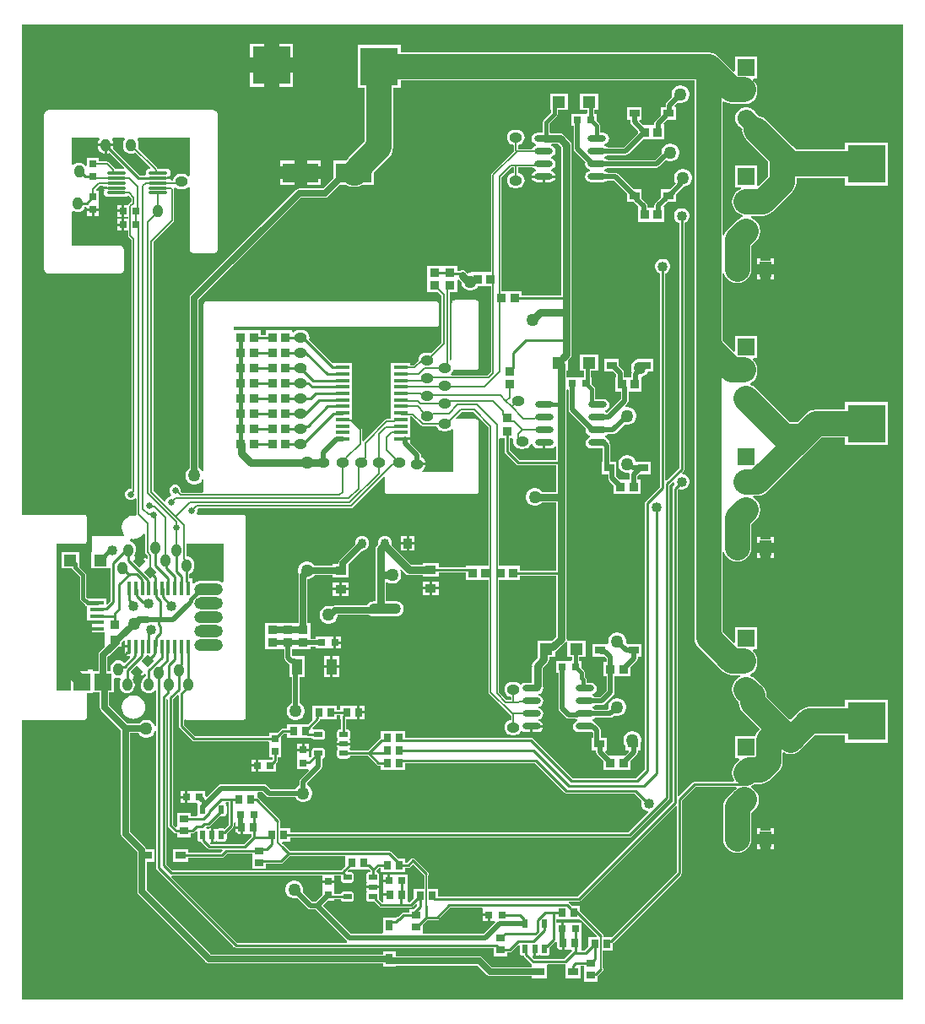
<source format=gtl>
G04*
G04 #@! TF.GenerationSoftware,Altium Limited,Altium Designer,24.7.2 (38)*
G04*
G04 Layer_Physical_Order=1*
G04 Layer_Color=255*
%FSLAX44Y44*%
%MOMM*%
G71*
G04*
G04 #@! TF.SameCoordinates,FD71C0C7-8574-4FF8-A0B1-75ED19D4754F*
G04*
G04*
G04 #@! TF.FilePolarity,Positive*
G04*
G01*
G75*
%ADD17R,0.7000X0.7000*%
%ADD18O,2.0000X0.3000*%
%ADD19R,0.7000X0.7000*%
%ADD20R,0.7500X0.8500*%
G04:AMPARAMS|DCode=21|XSize=0.55mm|YSize=0.8mm|CornerRadius=0.0495mm|HoleSize=0mm|Usage=FLASHONLY|Rotation=270.000|XOffset=0mm|YOffset=0mm|HoleType=Round|Shape=RoundedRectangle|*
%AMROUNDEDRECTD21*
21,1,0.5500,0.7010,0,0,270.0*
21,1,0.4510,0.8000,0,0,270.0*
1,1,0.0990,-0.3505,-0.2255*
1,1,0.0990,-0.3505,0.2255*
1,1,0.0990,0.3505,0.2255*
1,1,0.0990,0.3505,-0.2255*
%
%ADD21ROUNDEDRECTD21*%
%ADD22R,0.7500X1.0000*%
G04:AMPARAMS|DCode=23|XSize=1.0043mm|YSize=3.1821mm|CornerRadius=0.4369mm|HoleSize=0mm|Usage=FLASHONLY|Rotation=270.000|XOffset=0mm|YOffset=0mm|HoleType=Round|Shape=RoundedRectangle|*
%AMROUNDEDRECTD23*
21,1,1.0043,2.3084,0,0,270.0*
21,1,0.1306,3.1821,0,0,270.0*
1,1,0.8737,-1.1542,-0.0653*
1,1,0.8737,-1.1542,0.0653*
1,1,0.8737,1.1542,0.0653*
1,1,0.8737,1.1542,-0.0653*
%
%ADD23ROUNDEDRECTD23*%
G04:AMPARAMS|DCode=24|XSize=1.0043mm|YSize=0.8721mm|CornerRadius=0.4361mm|HoleSize=0mm|Usage=FLASHONLY|Rotation=270.000|XOffset=0mm|YOffset=0mm|HoleType=Round|Shape=RoundedRectangle|*
%AMROUNDEDRECTD24*
21,1,1.0043,0.0000,0,0,270.0*
21,1,0.1322,0.8721,0,0,270.0*
1,1,0.8721,0.0000,-0.0661*
1,1,0.8721,0.0000,0.0661*
1,1,0.8721,0.0000,0.0661*
1,1,0.8721,0.0000,-0.0661*
%
%ADD24ROUNDEDRECTD24*%
%ADD25R,0.8721X1.0043*%
%ADD26R,1.1000X0.8500*%
G04:AMPARAMS|DCode=27|XSize=0.55mm|YSize=0.8mm|CornerRadius=0.0495mm|HoleSize=0mm|Usage=FLASHONLY|Rotation=180.000|XOffset=0mm|YOffset=0mm|HoleType=Round|Shape=RoundedRectangle|*
%AMROUNDEDRECTD27*
21,1,0.5500,0.7010,0,0,180.0*
21,1,0.4510,0.8000,0,0,180.0*
1,1,0.0990,-0.2255,0.3505*
1,1,0.0990,0.2255,0.3505*
1,1,0.0990,0.2255,-0.3505*
1,1,0.0990,-0.2255,-0.3505*
%
%ADD27ROUNDEDRECTD27*%
%ADD28R,0.8500X0.7500*%
%ADD29R,1.0000X0.7500*%
%ADD30R,0.8500X0.9500*%
%ADD31O,1.8650X0.6300*%
%ADD32R,1.4500X0.4500*%
%ADD33R,3.5500X1.9000*%
%ADD34R,1.3000X1.6500*%
%ADD35R,1.9000X1.8000*%
%ADD36R,1.9000X1.0000*%
%ADD37R,1.5500X1.4250*%
%ADD38R,1.3800X0.4500*%
%ADD39R,1.3000X1.1500*%
%ADD40R,0.4500X1.4500*%
%ADD41P,1.2021X4X270.0*%
%ADD42R,0.8500X0.8500*%
%ADD43P,1.2021X4X180.0*%
%ADD44R,0.9500X0.8500*%
%ADD45R,1.0500X1.6500*%
%ADD46R,1.2000X1.6500*%
%ADD78O,1.0160X1.2700*%
%ADD79O,1.2700X1.0160*%
%ADD80R,1.6510X1.6510*%
%ADD81R,1.6510X1.6510*%
%ADD82R,3.8100X3.8100*%
%ADD83C,0.2540*%
%ADD84C,0.3810*%
%ADD85C,0.5080*%
%ADD86C,0.6350*%
%ADD87C,1.2700*%
%ADD88C,0.1778*%
%ADD89C,2.5400*%
%ADD90C,0.1270*%
%ADD91C,0.7620*%
%ADD92C,1.7780*%
%ADD93O,1.5240X1.1430*%
%ADD94R,1.7000X1.7000*%
%ADD95C,1.7000*%
%ADD96C,1.0160*%
%ADD97C,1.2700*%
%ADD98C,0.6350*%
G36*
X1676400Y280689D02*
X792480D01*
Y561290D01*
X854710D01*
X855701Y561487D01*
X856541Y562049D01*
X857103Y562889D01*
X857300Y563880D01*
Y588010D01*
X863600D01*
Y588645D01*
X870588D01*
Y573950D01*
X870933Y572215D01*
X871916Y570745D01*
X891658Y551003D01*
Y446980D01*
X892003Y445246D01*
X892985Y443776D01*
X908353Y428408D01*
Y388865D01*
X908698Y387131D01*
X909680Y385660D01*
X977235Y318105D01*
X977235Y318105D01*
X978706Y317123D01*
X980440Y316778D01*
X1154490D01*
Y313770D01*
X1167070D01*
Y314953D01*
X1249628D01*
X1259175Y305405D01*
X1260646Y304423D01*
X1262380Y304078D01*
X1303880D01*
Y302320D01*
X1318960D01*
Y314900D01*
X1319548Y316180D01*
X1337292D01*
X1337424Y315891D01*
X1337880Y314740D01*
Y302320D01*
X1352960D01*
Y314560D01*
X1355920D01*
Y310860D01*
Y298860D01*
X1369500D01*
Y304268D01*
X1369952Y304570D01*
X1374792Y309410D01*
X1375354Y310250D01*
X1375551Y311241D01*
X1375354Y312232D01*
X1374903Y312906D01*
Y329760D01*
X1385160D01*
Y337457D01*
X1385521Y337699D01*
X1453441Y405619D01*
X1454003Y406459D01*
X1454200Y407450D01*
Y480257D01*
X1468023Y494080D01*
X1508861D01*
X1509379Y492556D01*
X1507533Y491139D01*
X1500036Y483643D01*
X1497797Y480725D01*
X1496390Y477327D01*
X1495909Y473680D01*
Y441960D01*
X1496390Y438313D01*
X1497797Y434915D01*
X1500036Y431996D01*
X1502955Y429757D01*
X1506353Y428350D01*
X1510000Y427869D01*
X1513647Y428350D01*
X1517045Y429757D01*
X1519964Y431996D01*
X1522203Y434915D01*
X1523610Y438313D01*
X1524091Y441960D01*
Y467844D01*
X1527460Y471213D01*
X1529699Y474131D01*
X1531106Y477529D01*
X1531587Y481176D01*
X1531106Y484823D01*
X1529699Y488221D01*
X1527460Y491139D01*
X1524541Y493379D01*
X1524204Y493518D01*
Y495168D01*
X1525965Y495897D01*
X1527454Y497039D01*
X1533207D01*
X1536853Y497520D01*
X1540252Y498927D01*
X1543170Y501166D01*
X1551353Y509350D01*
X1551353Y509350D01*
X1553593Y512268D01*
X1555000Y515667D01*
X1555481Y519313D01*
X1555481Y519314D01*
Y527670D01*
X1557005Y528536D01*
X1559723Y527410D01*
X1563370Y526929D01*
X1567017Y527410D01*
X1570415Y528817D01*
X1573333Y531057D01*
X1588257Y545979D01*
X1617980D01*
Y538480D01*
X1661160D01*
Y581660D01*
X1617980D01*
Y574160D01*
X1582420D01*
X1578773Y573680D01*
X1575375Y572273D01*
X1572457Y570033D01*
X1563964Y561541D01*
X1562292Y562025D01*
X1539361Y584957D01*
Y585470D01*
X1538880Y589117D01*
X1537473Y592515D01*
X1535233Y595434D01*
X1535233Y595434D01*
X1528884Y601783D01*
X1525965Y604023D01*
X1522773Y605345D01*
X1522645Y605952D01*
X1522790Y606927D01*
X1523181Y607032D01*
X1525699Y608486D01*
X1527754Y610541D01*
X1529208Y613059D01*
X1529960Y615867D01*
Y618773D01*
X1529835Y619241D01*
X1529981Y620350D01*
X1529500Y623997D01*
X1528093Y627395D01*
X1525898Y630256D01*
X1525981Y630801D01*
X1526313Y631780D01*
X1529960D01*
Y653860D01*
X1507880D01*
Y639022D01*
X1506472Y638438D01*
X1495284Y649626D01*
Y729100D01*
X1496808Y729403D01*
X1497797Y727015D01*
X1500036Y724097D01*
X1502955Y721857D01*
X1506353Y720450D01*
X1510000Y719969D01*
X1513647Y720450D01*
X1517045Y721857D01*
X1519964Y724097D01*
X1522203Y727015D01*
X1523610Y730413D01*
X1524091Y734060D01*
Y757403D01*
X1528884Y762197D01*
X1531123Y765115D01*
X1532530Y768513D01*
X1533011Y772160D01*
X1532530Y775807D01*
X1531123Y779205D01*
X1528884Y782123D01*
X1525965Y784363D01*
X1525910Y784386D01*
X1526214Y785910D01*
X1530177D01*
X1533824Y786390D01*
X1537222Y787797D01*
X1540140Y790036D01*
X1585997Y835893D01*
X1594533Y844429D01*
X1617980D01*
Y836930D01*
X1661160D01*
Y880110D01*
X1617980D01*
Y872610D01*
X1588697D01*
X1588697Y872611D01*
X1585050Y872130D01*
X1581651Y870723D01*
X1578733Y868484D01*
X1570197Y859947D01*
X1562820D01*
X1528884Y893884D01*
X1525965Y896123D01*
X1522773Y897445D01*
X1522645Y898052D01*
X1522790Y899027D01*
X1523181Y899132D01*
X1525699Y900586D01*
X1527754Y902641D01*
X1529208Y905159D01*
X1529960Y907967D01*
Y910873D01*
X1529835Y911341D01*
X1529981Y912450D01*
X1529500Y916097D01*
X1528093Y919495D01*
X1525898Y922356D01*
X1525981Y922901D01*
X1526313Y923880D01*
X1529960D01*
Y945960D01*
X1507880D01*
Y931122D01*
X1506472Y930538D01*
X1495284Y941727D01*
Y1008500D01*
X1496808Y1008803D01*
X1497797Y1006415D01*
X1500036Y1003496D01*
X1502955Y1001257D01*
X1506353Y999850D01*
X1510000Y999370D01*
X1513647Y999850D01*
X1517045Y1001257D01*
X1519964Y1003496D01*
X1522203Y1006415D01*
X1523610Y1009813D01*
X1524091Y1013460D01*
Y1036804D01*
X1528884Y1041597D01*
X1531123Y1044515D01*
X1532530Y1047913D01*
X1533011Y1051560D01*
X1532530Y1055207D01*
X1531123Y1058605D01*
X1528884Y1061524D01*
X1526717Y1063186D01*
X1525699Y1064204D01*
X1523878Y1065256D01*
X1524286Y1066779D01*
X1535530D01*
X1539177Y1067260D01*
X1542575Y1068667D01*
X1545493Y1070907D01*
X1565216Y1090629D01*
X1565216Y1090629D01*
X1567455Y1093547D01*
X1568863Y1096945D01*
X1569343Y1100592D01*
X1569343Y1100592D01*
Y1104780D01*
X1617980D01*
Y1097280D01*
X1661160D01*
Y1140460D01*
X1617980D01*
Y1132961D01*
X1569207D01*
X1565216Y1136951D01*
X1565216Y1136951D01*
X1539043Y1163123D01*
X1536125Y1165363D01*
X1532727Y1166770D01*
X1531120Y1166982D01*
X1529228Y1168874D01*
X1529208Y1168951D01*
X1527754Y1171469D01*
X1525699Y1173524D01*
X1523181Y1174978D01*
X1520373Y1175730D01*
X1517467D01*
X1514659Y1174978D01*
X1512141Y1173524D01*
X1510086Y1171469D01*
X1508632Y1168951D01*
X1507880Y1166143D01*
Y1163237D01*
X1508632Y1160429D01*
X1510086Y1157911D01*
X1512141Y1155856D01*
X1514659Y1154402D01*
X1514736Y1154382D01*
X1515102Y1154016D01*
X1514989Y1153160D01*
X1515470Y1149513D01*
X1516877Y1146115D01*
X1519117Y1143196D01*
X1541162Y1121151D01*
Y1106429D01*
X1531484Y1096751D01*
X1529960Y1097382D01*
Y1117410D01*
X1507880D01*
Y1095330D01*
X1513342D01*
X1513645Y1093806D01*
X1511875Y1093073D01*
X1508956Y1090834D01*
X1506717Y1087915D01*
X1505310Y1084517D01*
X1504830Y1080870D01*
X1505310Y1077223D01*
X1506717Y1073825D01*
X1508956Y1070907D01*
X1511875Y1068667D01*
X1515067Y1067345D01*
X1515195Y1066738D01*
X1515050Y1065762D01*
X1514659Y1065658D01*
X1512141Y1064204D01*
X1511123Y1063186D01*
X1508956Y1061524D01*
X1500036Y1052604D01*
X1497797Y1049685D01*
X1496808Y1047297D01*
X1495284Y1047600D01*
Y1181062D01*
X1496651Y1181737D01*
X1497588Y1181017D01*
X1500986Y1179610D01*
X1504633Y1179129D01*
X1504634Y1179129D01*
X1515890D01*
X1516999Y1179275D01*
X1517467Y1179150D01*
X1520373D01*
X1523181Y1179902D01*
X1525699Y1181356D01*
X1527754Y1183411D01*
X1529208Y1185929D01*
X1529960Y1188737D01*
Y1191643D01*
X1529835Y1192111D01*
X1529981Y1193220D01*
X1529500Y1196867D01*
X1528093Y1200265D01*
X1525898Y1203126D01*
X1525981Y1203671D01*
X1526313Y1204650D01*
X1529960D01*
Y1226730D01*
X1507880D01*
Y1211892D01*
X1506472Y1211309D01*
X1491157Y1226624D01*
X1488239Y1228863D01*
X1484840Y1230270D01*
X1481193Y1230751D01*
X1172210D01*
Y1238250D01*
X1129030D01*
Y1195070D01*
X1136529D01*
Y1141556D01*
X1119967Y1124994D01*
X1117774Y1122136D01*
X1117623Y1122020D01*
X1104590D01*
Y1104349D01*
X1094433Y1094192D01*
X1070610D01*
X1068876Y1093847D01*
X1067405Y1092865D01*
X1067405Y1092865D01*
X961995Y987455D01*
X961013Y985984D01*
X960668Y984250D01*
Y814099D01*
X959741Y813564D01*
X958086Y811909D01*
X956916Y809881D01*
X956310Y807620D01*
Y805280D01*
X956916Y803019D01*
X958086Y800991D01*
X959741Y799336D01*
X961769Y798166D01*
X964030Y797560D01*
X966370D01*
X968631Y798166D01*
X970659Y799336D01*
X972314Y800991D01*
X973139Y802420D01*
X974663Y802012D01*
Y791210D01*
X974781Y790617D01*
X973802Y789093D01*
X952971D01*
X951865Y790073D01*
Y792347D01*
X950995Y794447D01*
X949387Y796055D01*
X947287Y796925D01*
X945013D01*
X942913Y796055D01*
X941305Y794447D01*
X940435Y792347D01*
Y790073D01*
X941305Y787973D01*
X942259Y787019D01*
X941628Y785495D01*
X941203D01*
X939103Y784625D01*
X937495Y783017D01*
X936625Y780917D01*
Y780603D01*
X935101Y779972D01*
X924221Y790852D01*
Y1040488D01*
X944315Y1060582D01*
X944792Y1061296D01*
X944960Y1062139D01*
Y1093779D01*
X944795Y1094607D01*
X944833Y1094647D01*
X946063Y1095450D01*
X947387Y1094434D01*
X949241Y1093666D01*
X951230Y1093404D01*
X953770D01*
X955759Y1093666D01*
X957613Y1094434D01*
X959177Y1095634D01*
X959308Y1095617D01*
X960701Y1095102D01*
Y1033400D01*
X960899Y1032409D01*
X961189Y1031708D01*
X961750Y1030867D01*
X962288Y1030331D01*
X963128Y1029769D01*
X963829Y1029479D01*
X964820Y1029281D01*
X984630D01*
X985621Y1029479D01*
X986322Y1029769D01*
X987162Y1030331D01*
X987699Y1030867D01*
X988261Y1031708D01*
X988551Y1032409D01*
X988749Y1033400D01*
Y1033780D01*
Y1168400D01*
Y1168780D01*
X988551Y1169771D01*
X988261Y1170472D01*
X987699Y1171312D01*
X987162Y1171849D01*
X986322Y1172411D01*
X985621Y1172701D01*
X984630Y1172899D01*
X818770D01*
X817779Y1172701D01*
X817078Y1172411D01*
X816237Y1171849D01*
X815701Y1171312D01*
X815139Y1170472D01*
X814849Y1169771D01*
X814651Y1168780D01*
Y1168400D01*
Y1013460D01*
Y1013080D01*
X814848Y1012089D01*
X815139Y1011388D01*
X815701Y1010547D01*
X816237Y1010011D01*
X817078Y1009449D01*
X817779Y1009159D01*
X818770Y1008961D01*
X890650D01*
X891641Y1009158D01*
X892342Y1009449D01*
X893182Y1010011D01*
X893719Y1010547D01*
X894281Y1011388D01*
X894571Y1012089D01*
X894769Y1013080D01*
Y1032890D01*
X894571Y1033881D01*
X894281Y1034582D01*
X893719Y1035423D01*
X893183Y1035959D01*
X892342Y1036521D01*
X891641Y1036811D01*
X890650Y1037009D01*
X842699D01*
Y1071048D01*
X844223Y1071800D01*
X844517Y1071574D01*
X846371Y1070806D01*
X848360Y1070544D01*
X850349Y1070806D01*
X852203Y1071574D01*
X853795Y1072795D01*
X855016Y1074387D01*
X855784Y1076241D01*
X855829Y1076582D01*
X856036Y1076615D01*
X857560Y1075316D01*
Y1074120D01*
X863600D01*
X869640D01*
Y1078890D01*
X869640Y1078890D01*
Y1079810D01*
X869640D01*
X869640Y1080414D01*
Y1091890D01*
X867288D01*
X866657Y1093414D01*
X870628Y1097385D01*
X873572D01*
X873858Y1097144D01*
X874499Y1096090D01*
X876860D01*
X876973Y1096014D01*
X878550Y1095700D01*
X887050D01*
Y1093940D01*
X878550D01*
X876973Y1093626D01*
X876860Y1093550D01*
X874684D01*
X874744Y1093244D01*
X875362Y1092320D01*
X874744Y1091396D01*
X874431Y1089820D01*
X874744Y1088244D01*
X875637Y1086907D01*
X876974Y1086014D01*
X878550Y1085701D01*
X895550D01*
X897126Y1086014D01*
X898463Y1086907D01*
X899332Y1086993D01*
X902039Y1084286D01*
Y1080514D01*
X899461Y1077936D01*
X899450Y1077920D01*
X895200D01*
Y1071880D01*
Y1065840D01*
X898816D01*
Y1063950D01*
X895200D01*
Y1057910D01*
Y1051870D01*
X898816D01*
Y1047163D01*
X898983Y1046321D01*
X899461Y1045607D01*
X902039Y1043028D01*
Y793115D01*
X900309D01*
X898209Y792245D01*
X896601Y790637D01*
X895731Y788537D01*
Y786263D01*
X896601Y784163D01*
X898209Y782555D01*
X900309Y781685D01*
X902583D01*
X904683Y782555D01*
X905816Y783688D01*
X907340Y783056D01*
Y767308D01*
X907327Y767213D01*
X906085Y765991D01*
X905647Y766078D01*
X905392D01*
X905142Y766128D01*
X904629D01*
X904240Y766179D01*
X903851Y766128D01*
X903338D01*
X903088Y766078D01*
X902833D01*
X901579Y765829D01*
X901186Y765777D01*
X900828Y765629D01*
X900578Y765579D01*
X898911Y764888D01*
X898699Y764747D01*
X898341Y764598D01*
X898026Y764357D01*
X896963Y763647D01*
X896783Y763466D01*
X896571Y763325D01*
X896208Y762962D01*
X895897Y762723D01*
X895658Y762412D01*
X895295Y762049D01*
X895154Y761837D01*
X894973Y761657D01*
X894263Y760594D01*
X894022Y760279D01*
X893873Y759921D01*
X893732Y759709D01*
X893041Y758042D01*
X892991Y757792D01*
X892843Y757434D01*
X892791Y757041D01*
X892542Y755787D01*
Y755532D01*
X892492Y755282D01*
Y754769D01*
X892441Y754380D01*
X892492Y753991D01*
Y753478D01*
X892542Y753228D01*
Y752973D01*
X892791Y751719D01*
X892843Y751326D01*
X892991Y750968D01*
X893041Y750718D01*
X893732Y749051D01*
X893873Y748839D01*
X894022Y748481D01*
X894263Y748166D01*
X894973Y747103D01*
X895062Y747014D01*
X895028Y746604D01*
X894830Y746103D01*
X894361Y745490D01*
X862330D01*
Y730040D01*
X861940Y729650D01*
Y713070D01*
X881330D01*
Y680523D01*
X878258Y677450D01*
X878023Y677216D01*
X876850Y677702D01*
Y678034D01*
Y683120D01*
X858499D01*
X856976Y684642D01*
Y706289D01*
X856730Y707528D01*
X856028Y708578D01*
X850020Y714586D01*
Y729650D01*
X831940D01*
Y713070D01*
X842681D01*
X843286Y712164D01*
X850502Y704948D01*
Y683302D01*
X850748Y682063D01*
X851450Y681013D01*
X856077Y676386D01*
X857127Y675684D01*
X857970Y675517D01*
Y667040D01*
Y660540D01*
X862330D01*
Y648970D01*
X875030D01*
Y633789D01*
X870555Y629315D01*
X869573Y627844D01*
X869228Y626110D01*
Y610235D01*
X863600D01*
Y612140D01*
X858520D01*
Y610235D01*
X847090D01*
Y612140D01*
X842010D01*
Y610235D01*
X841375D01*
Y599366D01*
Y590600D01*
X826820D01*
Y737820D01*
X854710D01*
X855701Y738017D01*
X856541Y738579D01*
X857103Y739419D01*
X857300Y740410D01*
Y764540D01*
X857103Y765531D01*
X856541Y766371D01*
X855701Y766933D01*
X854710Y767130D01*
X792480D01*
Y1258570D01*
X1676400D01*
Y280689D01*
D02*
G37*
G36*
X895270Y1143327D02*
X895044Y1143033D01*
X894276Y1141179D01*
X894014Y1139190D01*
Y1136650D01*
X894276Y1134661D01*
X895044Y1132807D01*
X896265Y1131215D01*
X897857Y1129994D01*
X899711Y1129226D01*
X901700Y1128964D01*
X903689Y1129226D01*
X905543Y1129994D01*
X906092Y1130415D01*
X921160Y1115347D01*
X920808Y1114499D01*
X920435Y1113916D01*
X918974Y1113626D01*
X917637Y1112733D01*
X916744Y1111396D01*
X916431Y1109820D01*
X916607Y1108934D01*
X915608Y1107410D01*
X910473D01*
X883577Y1134306D01*
X883724Y1134661D01*
X883986Y1136650D01*
D01*
X877570D01*
Y1129131D01*
X878289Y1129226D01*
X880143Y1129994D01*
X880381Y1130177D01*
X895094Y1115463D01*
X894463Y1113939D01*
X885857D01*
X885481Y1114502D01*
X879407Y1120576D01*
X878692Y1121054D01*
X877850Y1121221D01*
X869640D01*
Y1125060D01*
X857560D01*
Y1117080D01*
X857463Y1117026D01*
X856036Y1116689D01*
X855065Y1117955D01*
X853473Y1119176D01*
X851619Y1119944D01*
X849630Y1120206D01*
X847641Y1119944D01*
X845787Y1119176D01*
X844223Y1117976D01*
X844092Y1117993D01*
X842699Y1118508D01*
Y1144851D01*
X869118D01*
X869870Y1143327D01*
X869644Y1143033D01*
X868876Y1141179D01*
X868614Y1139190D01*
D01*
X876300D01*
X883986D01*
X883724Y1141179D01*
X882956Y1143033D01*
X882730Y1143327D01*
X883482Y1144851D01*
X894518D01*
X895270Y1143327D01*
D02*
G37*
G36*
X1333401Y1135775D02*
Y986840D01*
X1293450D01*
Y991540D01*
X1273471D01*
Y1105258D01*
X1283612Y1115399D01*
X1285579D01*
Y1109923D01*
X1284521Y1109784D01*
X1282667Y1109016D01*
X1281075Y1107795D01*
X1279854Y1106203D01*
X1279086Y1104349D01*
X1278824Y1102360D01*
X1279086Y1100371D01*
X1279854Y1098517D01*
X1281075Y1096925D01*
X1282667Y1095704D01*
X1284521Y1094936D01*
X1286510Y1094674D01*
X1289050D01*
X1291039Y1094936D01*
X1292893Y1095704D01*
X1294485Y1096925D01*
X1295706Y1098517D01*
X1296474Y1100371D01*
X1296736Y1102360D01*
X1296474Y1104349D01*
X1295706Y1106203D01*
X1294485Y1107795D01*
X1292893Y1109016D01*
X1291039Y1109784D01*
X1289981Y1109923D01*
Y1115399D01*
X1305021D01*
X1305443Y1114768D01*
X1307325Y1113510D01*
X1308397Y1113297D01*
Y1111743D01*
X1307325Y1111530D01*
X1305443Y1110272D01*
X1304185Y1108390D01*
X1303996Y1107440D01*
X1315720D01*
X1327444D01*
X1327255Y1108390D01*
X1325997Y1110272D01*
X1324115Y1111530D01*
X1323043Y1111743D01*
Y1113297D01*
X1324115Y1113510D01*
X1325997Y1114768D01*
X1327255Y1116650D01*
X1327697Y1118870D01*
X1327255Y1121090D01*
X1325997Y1122972D01*
X1324115Y1124230D01*
X1323043Y1124443D01*
Y1125997D01*
X1324115Y1126210D01*
X1325997Y1127468D01*
X1327255Y1129350D01*
X1327697Y1131570D01*
X1327255Y1133790D01*
X1325997Y1135672D01*
X1324115Y1136930D01*
X1323043Y1137143D01*
Y1138651D01*
X1323416Y1138771D01*
X1324115Y1138910D01*
X1324367Y1139079D01*
X1324404Y1139090D01*
X1330085D01*
X1333401Y1135775D01*
D02*
G37*
G36*
X960701Y1107077D02*
X959308Y1106563D01*
X959177Y1106546D01*
X957613Y1107746D01*
X955759Y1108514D01*
X953770Y1108776D01*
X951230D01*
X949241Y1108514D01*
X947387Y1107746D01*
X945795Y1106525D01*
X944574Y1104933D01*
X943806Y1103079D01*
X943720Y1102427D01*
X942163Y1102273D01*
X941979Y1102494D01*
X941416Y1103545D01*
X941416Y1103550D01*
X939240D01*
X939127Y1103626D01*
X937550Y1103940D01*
X929050D01*
Y1105700D01*
X937550D01*
X939127Y1106014D01*
X939240Y1106090D01*
X941416D01*
X941356Y1106396D01*
X940738Y1107320D01*
X941356Y1108244D01*
X941669Y1109820D01*
X941356Y1111396D01*
X940463Y1112733D01*
X939126Y1113626D01*
X937550Y1113939D01*
X928607D01*
X928231Y1114502D01*
X908816Y1133917D01*
X909124Y1134661D01*
X909386Y1136650D01*
Y1139190D01*
X909124Y1141179D01*
X908356Y1143033D01*
X908130Y1143327D01*
X908882Y1144851D01*
X960701D01*
Y1107077D01*
D02*
G37*
G36*
X1230778Y1002533D02*
X1233170Y1000141D01*
Y999590D01*
X1233776Y997329D01*
X1234946Y995301D01*
X1236601Y993646D01*
X1238629Y992476D01*
X1240890Y991870D01*
X1243230D01*
X1245491Y992476D01*
X1247519Y993646D01*
X1249174Y995301D01*
X1249583Y996010D01*
X1262719D01*
Y910232D01*
X1259309Y906822D01*
X1223075D01*
X1222558Y908346D01*
X1223365Y908965D01*
X1224586Y910557D01*
X1224924Y911374D01*
X1225447Y912412D01*
X1226820Y912433D01*
X1247140D01*
X1248379Y912679D01*
X1249429Y913381D01*
X1250131Y914431D01*
X1250377Y915670D01*
Y979170D01*
X1250131Y980409D01*
X1249429Y981459D01*
X1248379Y982161D01*
X1247140Y982407D01*
X1226820D01*
X1225581Y982161D01*
X1224531Y981459D01*
X1223829Y980409D01*
X1223583Y979170D01*
Y922650D01*
X1222059Y921803D01*
X1221401Y922212D01*
Y990010D01*
X1229030D01*
Y1002405D01*
X1230554Y1002868D01*
X1230778Y1002533D01*
D02*
G37*
G36*
X1285397Y842436D02*
X1285174Y840740D01*
X1285436Y838751D01*
X1286204Y836897D01*
X1287425Y835305D01*
X1289017Y834084D01*
X1290871Y833316D01*
X1292860Y833054D01*
X1295400D01*
X1297389Y833316D01*
X1299243Y834084D01*
X1300835Y835305D01*
X1302056Y836897D01*
X1302202Y837249D01*
X1304150Y837970D01*
X1304450Y837819D01*
X1304620Y836965D01*
X1305878Y835083D01*
X1307760Y833826D01*
X1309980Y833384D01*
X1314885D01*
Y839185D01*
X1317425D01*
Y833384D01*
X1322330D01*
X1324550Y833826D01*
X1326432Y835083D01*
X1326797Y835628D01*
X1328320Y835166D01*
Y821740D01*
X1291393D01*
X1281480Y831653D01*
Y843960D01*
X1284589D01*
X1285397Y842436D01*
D02*
G37*
G36*
X1192624Y856582D02*
X1193339Y856105D01*
X1194181Y855938D01*
X1208212D01*
X1208734Y854677D01*
X1209955Y853085D01*
X1211547Y851864D01*
X1213401Y851096D01*
X1215390Y850834D01*
X1217930D01*
X1219919Y851096D01*
X1221773Y851864D01*
X1223329Y853058D01*
X1223500Y853034D01*
X1224853Y852521D01*
Y809687D01*
X1194105D01*
X1193802Y811211D01*
X1193833Y811224D01*
X1195425Y812445D01*
X1196646Y814037D01*
X1197414Y815891D01*
X1197509Y816610D01*
X1188720D01*
Y819150D01*
X1197509D01*
X1197414Y819869D01*
X1196646Y821723D01*
X1195425Y823315D01*
X1193833Y824536D01*
X1192439Y825113D01*
Y826785D01*
X1192144Y828272D01*
X1191302Y829532D01*
X1182040Y838794D01*
Y841820D01*
X1172250D01*
Y844360D01*
X1182040D01*
Y851300D01*
Y857800D01*
Y865616D01*
X1183591D01*
X1192624Y856582D01*
D02*
G37*
G36*
X1467103Y935890D02*
Y643790D01*
X1467583Y640143D01*
X1468991Y636745D01*
X1471230Y633826D01*
X1494670Y610387D01*
X1494670Y610387D01*
X1497588Y608147D01*
X1500986Y606740D01*
X1504633Y606259D01*
X1504634Y606259D01*
X1513292D01*
X1513595Y604735D01*
X1511875Y604023D01*
X1508956Y601783D01*
X1506717Y598865D01*
X1505310Y595467D01*
X1504830Y591820D01*
X1505310Y588173D01*
X1506717Y584775D01*
X1508956Y581856D01*
X1511180Y579633D01*
Y579120D01*
X1511660Y575473D01*
X1513067Y572075D01*
X1515307Y569156D01*
X1532648Y551815D01*
X1531427Y550593D01*
X1529187Y547675D01*
X1527930Y544640D01*
X1507880D01*
Y522560D01*
X1511527D01*
X1511907Y521439D01*
X1511929Y521036D01*
X1508956Y518064D01*
X1506717Y515145D01*
X1505310Y511747D01*
X1504830Y508100D01*
X1505310Y504453D01*
X1506717Y501055D01*
X1507046Y500627D01*
X1506372Y499260D01*
X1466950D01*
X1465959Y499063D01*
X1465119Y498501D01*
X1451373Y484755D01*
X1449965Y485338D01*
Y792079D01*
X1451170Y793022D01*
X1451209Y792999D01*
X1453147Y792480D01*
X1455153D01*
X1457091Y792999D01*
X1458829Y794003D01*
X1460247Y795421D01*
X1461251Y797159D01*
X1461770Y799097D01*
Y801103D01*
X1461251Y803041D01*
X1460247Y804779D01*
X1458829Y806198D01*
X1457091Y807201D01*
X1455153Y807720D01*
X1455015D01*
X1454384Y809244D01*
X1455981Y810841D01*
X1456543Y811681D01*
X1456740Y812672D01*
Y1059605D01*
X1457091Y1059699D01*
X1458829Y1060703D01*
X1460247Y1062121D01*
X1461251Y1063859D01*
X1461770Y1065797D01*
Y1067803D01*
X1461251Y1069741D01*
X1460247Y1071479D01*
X1458829Y1072897D01*
X1457091Y1073901D01*
X1455153Y1074420D01*
X1453147D01*
X1451209Y1073901D01*
X1449471Y1072897D01*
X1448053Y1071479D01*
X1447049Y1069741D01*
X1446530Y1067803D01*
Y1065797D01*
X1447049Y1063859D01*
X1448053Y1062121D01*
X1449471Y1060703D01*
X1451209Y1059699D01*
X1451560Y1059605D01*
Y813745D01*
X1439098Y801283D01*
X1437690Y801866D01*
Y1008805D01*
X1438041Y1008899D01*
X1439779Y1009902D01*
X1441198Y1011321D01*
X1442201Y1013059D01*
X1442720Y1014997D01*
Y1017003D01*
X1442201Y1018941D01*
X1441198Y1020679D01*
X1439779Y1022097D01*
X1438041Y1023101D01*
X1436103Y1023620D01*
X1434097D01*
X1432159Y1023101D01*
X1430421Y1022097D01*
X1429003Y1020679D01*
X1427999Y1018941D01*
X1427480Y1017003D01*
Y1014997D01*
X1427999Y1013059D01*
X1429003Y1011321D01*
X1430421Y1009902D01*
X1432159Y1008899D01*
X1432510Y1008805D01*
Y794695D01*
X1418029Y780214D01*
X1417467Y779373D01*
X1417270Y778382D01*
Y511613D01*
X1408627Y502970D01*
X1344733D01*
X1304851Y542851D01*
X1304011Y543413D01*
X1303020Y543610D01*
X1176880D01*
Y550350D01*
X1152300D01*
Y542947D01*
X1151499Y542411D01*
X1139387Y530300D01*
X1121643D01*
X1121474Y531149D01*
X1121366Y531310D01*
X1120922Y532460D01*
X1121366Y533610D01*
X1121474Y533771D01*
X1121710Y534955D01*
Y535940D01*
X1115110D01*
X1108511D01*
Y534955D01*
X1108746Y533771D01*
X1108854Y533610D01*
X1109298Y532460D01*
X1108854Y531310D01*
X1108746Y531149D01*
X1108511Y529965D01*
Y525455D01*
X1108746Y524271D01*
X1109417Y523267D01*
X1110421Y522596D01*
X1111605Y522361D01*
X1118615D01*
X1119799Y522596D01*
X1120803Y523267D01*
X1121474Y524271D01*
X1121643Y525120D01*
X1139387D01*
X1148179Y516329D01*
X1149019Y515767D01*
X1150010Y515570D01*
X1152300D01*
Y511370D01*
X1176880D01*
Y518110D01*
X1307027D01*
X1336749Y488389D01*
X1337589Y487827D01*
X1338580Y487630D01*
X1407139D01*
X1414131Y480638D01*
X1414029Y480461D01*
X1413510Y478523D01*
Y476517D01*
X1414029Y474579D01*
X1415033Y472841D01*
X1416451Y471423D01*
X1418189Y470419D01*
X1420127Y469900D01*
X1420265D01*
X1420896Y468376D01*
X1400880Y448360D01*
X1061310D01*
Y452560D01*
X1051053D01*
Y457984D01*
X1051504Y458658D01*
X1051701Y459649D01*
X1051504Y460640D01*
X1050942Y461480D01*
X1029261Y483161D01*
X1028421Y483723D01*
X1028290Y483749D01*
Y488120D01*
X1029501Y488875D01*
X1033441D01*
X1037383Y484933D01*
X1038643Y484091D01*
X1040130Y483795D01*
X1066397D01*
X1067306Y482221D01*
X1068961Y480566D01*
X1070989Y479396D01*
X1073250Y478790D01*
X1075590D01*
X1077851Y479396D01*
X1079879Y480566D01*
X1081534Y482221D01*
X1082704Y484249D01*
X1083310Y486510D01*
Y488850D01*
X1082704Y491111D01*
X1081534Y493139D01*
X1079879Y494794D01*
X1078305Y495703D01*
Y497501D01*
X1092407Y511603D01*
X1093249Y512863D01*
X1093545Y514350D01*
Y522446D01*
X1094299Y522596D01*
X1095303Y523267D01*
X1095974Y524271D01*
X1096209Y525455D01*
Y529965D01*
X1095974Y531149D01*
X1095303Y532153D01*
X1094299Y532824D01*
X1093115Y533059D01*
X1086105D01*
X1084921Y532824D01*
X1083917Y532153D01*
X1083246Y531149D01*
X1083011Y529965D01*
Y525455D01*
X1083124Y524886D01*
X1081769Y523532D01*
X1080460Y524074D01*
Y524970D01*
X1080460Y525574D01*
Y529740D01*
X1074420D01*
X1068380D01*
Y525574D01*
X1068380Y524050D01*
X1068380Y523446D01*
Y511970D01*
X1079631D01*
X1080262Y510446D01*
X1071673Y501857D01*
X1070831Y500597D01*
X1070535Y499110D01*
Y495703D01*
X1068961Y494794D01*
X1067306Y493139D01*
X1066397Y491565D01*
X1041739D01*
X1037797Y495507D01*
X1036537Y496349D01*
X1035050Y496645D01*
X992333D01*
X990846Y496349D01*
X989586Y495507D01*
X977994Y483915D01*
X976470Y484546D01*
Y489910D01*
X964994D01*
X963470Y489910D01*
X962866Y489910D01*
X958700D01*
Y483870D01*
Y477830D01*
X962866D01*
X964390Y477830D01*
X964994Y477830D01*
X967875D01*
X968631Y476306D01*
X968366Y475909D01*
X968131Y474725D01*
Y467715D01*
X968366Y466531D01*
X968691Y466044D01*
X968010Y464520D01*
X961830D01*
Y468220D01*
X948250D01*
Y454478D01*
X946726Y453847D01*
X944236Y456337D01*
Y582433D01*
X948386Y586584D01*
X949910Y585952D01*
Y554990D01*
X950107Y553999D01*
X950669Y553159D01*
X963219Y540609D01*
X964059Y540047D01*
X965050Y539850D01*
X1039362D01*
X1040440Y538773D01*
X1040440Y535480D01*
X1040440Y534876D01*
Y523400D01*
X1043890D01*
Y521660D01*
X1036114D01*
X1034590Y521660D01*
X1033986Y521660D01*
X1029820D01*
Y515620D01*
Y509580D01*
X1033986D01*
X1035510Y509580D01*
X1036114Y509580D01*
X1047590D01*
Y517998D01*
X1048311Y518719D01*
X1048873Y519559D01*
X1049070Y520550D01*
Y523400D01*
X1052520D01*
Y534876D01*
X1052520Y536400D01*
X1052520Y537004D01*
Y544818D01*
X1055023Y547320D01*
X1058320D01*
Y543120D01*
X1082900D01*
X1083917Y542267D01*
X1084921Y541596D01*
X1086105Y541361D01*
X1093115D01*
X1094299Y541596D01*
X1095303Y542267D01*
X1095974Y543271D01*
X1096209Y544455D01*
Y548965D01*
X1095974Y550149D01*
X1095303Y551153D01*
X1094299Y551824D01*
X1093115Y552059D01*
X1086105D01*
X1085623Y551964D01*
X1084075Y552755D01*
X1083885Y552965D01*
X1083798Y553435D01*
X1090919Y560557D01*
X1091480Y561397D01*
X1091634Y562170D01*
X1108300D01*
Y566370D01*
X1111660D01*
Y562170D01*
X1112520D01*
Y552059D01*
X1111605D01*
X1110421Y551824D01*
X1109417Y551153D01*
X1108746Y550149D01*
X1108511Y548965D01*
Y544455D01*
X1108746Y543271D01*
X1108854Y543110D01*
X1109298Y541960D01*
X1108854Y540810D01*
X1108746Y540649D01*
X1108511Y539465D01*
Y538480D01*
X1115110D01*
X1121710D01*
Y539465D01*
X1121474Y540649D01*
X1121366Y540810D01*
X1120922Y541960D01*
X1121366Y543110D01*
X1121474Y543271D01*
X1121710Y544455D01*
Y548965D01*
X1121474Y550149D01*
X1120803Y551153D01*
X1119799Y551824D01*
X1118615Y552059D01*
X1117700D01*
Y562170D01*
X1128680D01*
Y568960D01*
Y575750D01*
X1111660D01*
Y571550D01*
X1108300D01*
Y575750D01*
X1083720D01*
Y562170D01*
X1083720D01*
X1084156Y561118D01*
X1079737Y556700D01*
X1058320D01*
Y552500D01*
X1053950D01*
X1052959Y552303D01*
X1052119Y551741D01*
X1048857Y548480D01*
X1040440D01*
Y545030D01*
X966123D01*
X955090Y556063D01*
Y560656D01*
X956589Y561487D01*
X957580Y561290D01*
X1014222D01*
X1015213Y561487D01*
X1016053Y562049D01*
X1016615Y562889D01*
X1016812Y563880D01*
Y588010D01*
Y740410D01*
Y764540D01*
X1016615Y765531D01*
X1016053Y766371D01*
X1015213Y766933D01*
X1014222Y767130D01*
X968938D01*
X967920Y768654D01*
X968375Y769753D01*
Y772027D01*
X968209Y772428D01*
X969231Y773769D01*
X1122680D01*
X1123522Y773936D01*
X1124237Y774414D01*
X1154865Y805042D01*
X1156273Y804458D01*
Y791210D01*
X1156519Y789971D01*
X1157221Y788921D01*
X1158271Y788219D01*
X1159510Y787973D01*
X1247140D01*
X1248379Y788219D01*
X1249429Y788921D01*
X1250131Y789971D01*
X1250377Y791210D01*
Y859790D01*
X1250131Y861029D01*
X1249429Y862079D01*
X1248379Y862781D01*
X1247140Y863027D01*
X1228126D01*
X1228051Y863105D01*
X1227384Y864441D01*
X1233232Y870289D01*
X1244958D01*
X1260179Y855068D01*
Y715950D01*
X1237660D01*
Y714366D01*
X1210395D01*
Y718566D01*
X1194315D01*
Y716955D01*
X1182910D01*
X1163427Y736439D01*
X1163595Y737715D01*
Y739037D01*
X1163358Y740838D01*
X1162663Y742517D01*
X1161557Y743958D01*
X1160115Y745064D01*
X1158436Y745760D01*
X1156635Y745997D01*
X1154834Y745760D01*
X1153155Y745064D01*
X1151713Y743958D01*
X1150607Y742517D01*
X1149912Y740838D01*
X1149675Y739037D01*
Y737715D01*
X1149707Y737470D01*
X1148506Y736270D01*
X1147384Y734589D01*
X1146989Y732607D01*
Y708660D01*
Y680097D01*
X1145093D01*
X1143289Y679860D01*
X1141609Y679163D01*
X1140166Y678056D01*
X1139058Y676613D01*
X1138782Y675945D01*
X1106201D01*
X1106201Y675945D01*
X1104467Y675600D01*
X1103449Y674920D01*
X1103251Y675034D01*
X1100990Y675640D01*
X1098650D01*
X1096389Y675034D01*
X1094361Y673864D01*
X1092706Y672209D01*
X1091536Y670181D01*
X1090930Y667920D01*
Y665580D01*
X1091536Y663319D01*
X1092706Y661291D01*
X1094361Y659636D01*
X1096389Y658466D01*
X1098650Y657860D01*
X1100990D01*
X1103251Y658466D01*
X1105279Y659636D01*
X1106934Y661291D01*
X1108104Y663319D01*
X1108710Y665580D01*
Y666881D01*
X1140186D01*
X1141609Y665788D01*
X1143289Y665092D01*
X1145093Y664855D01*
X1168177D01*
X1169980Y665092D01*
X1171661Y665788D01*
X1173104Y666896D01*
X1174212Y668339D01*
X1174908Y670020D01*
X1175145Y671823D01*
Y673129D01*
X1174908Y674932D01*
X1174212Y676613D01*
X1173104Y678056D01*
X1171661Y679163D01*
X1169980Y679860D01*
X1168177Y680097D01*
X1157348D01*
Y698781D01*
X1158872Y699395D01*
X1160505Y698452D01*
X1162766Y697846D01*
X1165107D01*
X1167368Y698452D01*
X1169395Y699622D01*
X1171050Y701278D01*
X1172221Y703305D01*
X1172826Y705566D01*
Y707907D01*
X1172221Y710168D01*
X1171302Y711759D01*
X1172521Y712695D01*
X1177103Y708113D01*
X1178783Y706991D01*
X1180765Y706596D01*
X1194315D01*
Y704986D01*
X1210395D01*
Y709186D01*
X1237660D01*
Y701370D01*
X1260179D01*
Y589280D01*
X1260346Y588438D01*
X1260824Y587724D01*
X1282698Y565849D01*
X1282698Y565849D01*
X1283039Y565508D01*
Y561283D01*
X1281981Y561144D01*
X1280127Y560376D01*
X1278535Y559155D01*
X1277314Y557563D01*
X1276546Y555709D01*
X1276284Y553720D01*
X1276546Y551731D01*
X1277314Y549877D01*
X1278535Y548285D01*
X1280127Y547064D01*
X1281981Y546296D01*
X1283970Y546034D01*
X1286510D01*
X1288499Y546296D01*
X1290353Y547064D01*
X1291945Y548285D01*
X1293166Y549877D01*
X1293922Y550106D01*
X1295060Y549346D01*
X1297280Y548904D01*
X1302185D01*
Y554706D01*
X1303455D01*
Y555975D01*
X1315179D01*
X1314990Y556926D01*
X1313732Y558808D01*
X1311850Y560065D01*
X1310778Y560279D01*
Y561833D01*
X1311850Y562046D01*
X1313732Y563303D01*
X1314990Y565185D01*
X1315431Y567406D01*
X1314990Y569626D01*
X1313732Y571508D01*
X1311850Y572765D01*
X1310778Y572979D01*
Y574533D01*
X1311850Y574746D01*
X1313732Y576003D01*
X1314990Y577885D01*
X1315431Y580106D01*
X1314990Y582326D01*
X1313732Y584208D01*
X1311850Y585465D01*
X1310778Y585679D01*
Y587233D01*
X1311850Y587446D01*
X1313732Y588703D01*
X1314990Y590585D01*
X1315431Y592805D01*
X1314990Y595026D01*
X1314440Y595849D01*
X1314498Y596139D01*
Y613273D01*
X1319659Y618434D01*
X1320782Y620115D01*
X1321176Y622097D01*
X1321176Y622097D01*
Y624170D01*
X1327540D01*
Y629836D01*
X1328889Y630737D01*
X1337162Y639011D01*
X1337249Y639140D01*
X1338323Y640052D01*
X1338323Y640052D01*
D01*
X1339460Y639706D01*
X1339460Y639397D01*
X1339460Y639397D01*
X1339460Y639388D01*
Y624170D01*
X1344383D01*
Y621798D01*
X1343305Y620720D01*
X1340660Y620720D01*
X1340056Y620720D01*
X1328580D01*
Y608640D01*
X1330735D01*
Y572920D01*
X1331031Y571433D01*
X1331873Y570173D01*
X1338373Y563673D01*
X1339633Y562831D01*
X1341120Y562535D01*
X1347977D01*
X1348710Y562046D01*
X1349782Y561833D01*
Y560279D01*
X1348710Y560065D01*
X1346828Y558808D01*
X1345570Y556926D01*
X1345128Y554706D01*
X1345570Y552485D01*
X1346828Y550603D01*
X1348710Y549346D01*
X1350930Y548904D01*
X1363280D01*
X1363997Y549047D01*
X1365175Y548080D01*
Y543368D01*
X1363722D01*
Y530788D01*
X1368410D01*
Y528745D01*
X1368706Y527258D01*
X1369548Y525998D01*
X1376090Y519456D01*
Y510870D01*
X1402670D01*
Y519456D01*
X1409151Y525937D01*
X1409993Y527197D01*
X1410289Y528684D01*
Y530788D01*
X1412802D01*
Y537411D01*
X1412904Y537589D01*
X1413510Y539850D01*
Y542190D01*
X1412904Y544451D01*
X1411734Y546479D01*
X1410079Y548134D01*
X1408051Y549304D01*
X1405790Y549910D01*
X1403450D01*
X1401189Y549304D01*
X1399161Y548134D01*
X1397506Y546479D01*
X1396336Y544451D01*
X1395730Y542190D01*
Y539850D01*
X1396336Y537589D01*
X1397506Y535561D01*
X1397722Y535346D01*
Y530788D01*
X1400859D01*
X1401490Y529264D01*
X1397676Y525450D01*
X1381084D01*
X1377270Y529264D01*
X1377901Y530788D01*
X1378802D01*
Y543368D01*
X1372945D01*
Y551120D01*
X1372649Y552606D01*
X1371807Y553867D01*
X1368454Y557219D01*
X1368435Y557232D01*
X1367382Y558808D01*
X1365500Y560065D01*
X1364428Y560279D01*
Y561833D01*
X1365500Y562046D01*
X1367382Y563303D01*
X1367527Y563521D01*
X1382594D01*
X1384081Y563817D01*
X1385341Y564659D01*
X1386335Y565652D01*
X1388210Y565150D01*
X1390550D01*
X1392811Y565756D01*
X1394839Y566926D01*
X1396494Y568581D01*
X1397664Y570609D01*
X1398270Y572870D01*
Y575210D01*
X1397664Y577471D01*
X1396494Y579499D01*
X1394839Y581154D01*
X1392811Y582324D01*
X1390550Y582930D01*
X1388210D01*
X1385949Y582324D01*
X1383921Y581154D01*
X1382266Y579499D01*
X1381096Y577471D01*
X1380490Y575210D01*
Y572870D01*
X1380589Y572499D01*
X1379662Y571290D01*
X1367527D01*
X1367382Y571508D01*
X1365500Y572765D01*
X1364428Y572979D01*
Y574533D01*
X1365500Y574746D01*
X1367382Y576003D01*
X1367527Y576221D01*
X1374050D01*
X1375536Y576517D01*
X1376797Y577359D01*
X1385627Y586189D01*
X1386469Y587449D01*
X1386765Y588936D01*
Y604850D01*
X1402670D01*
Y613436D01*
X1409127Y619893D01*
X1409969Y621153D01*
X1410265Y622640D01*
Y624900D01*
X1413920D01*
Y637480D01*
X1399465D01*
X1398227Y638750D01*
X1398270Y638910D01*
Y641250D01*
X1397664Y643511D01*
X1396494Y645539D01*
X1394839Y647194D01*
X1392811Y648364D01*
X1390550Y648970D01*
X1388210D01*
X1385949Y648364D01*
X1383921Y647194D01*
X1382266Y645539D01*
X1381096Y643511D01*
X1380490Y641250D01*
Y638910D01*
X1380533Y638750D01*
X1379295Y637480D01*
X1364840D01*
Y624900D01*
X1376996D01*
X1378995Y622901D01*
Y619430D01*
X1376090D01*
Y604850D01*
X1378995D01*
Y590545D01*
X1372441Y583990D01*
X1367527D01*
X1367382Y584208D01*
X1365500Y585465D01*
X1364428Y585679D01*
Y587233D01*
X1365500Y587446D01*
X1367382Y588703D01*
X1368640Y590585D01*
X1369081Y592805D01*
X1368640Y595026D01*
X1367382Y596908D01*
X1365500Y598165D01*
X1363280Y598607D01*
X1358479D01*
Y599439D01*
X1358475Y599454D01*
Y601982D01*
X1358229Y603221D01*
X1357527Y604271D01*
X1356897Y604901D01*
Y608640D01*
X1356651Y609879D01*
X1355949Y610929D01*
X1353660Y613218D01*
Y620720D01*
X1350857D01*
Y624170D01*
X1357540D01*
Y640750D01*
X1340552Y640750D01*
X1339851Y640750D01*
X1339071Y641417D01*
D01*
X1339071Y641417D01*
X1338680Y642876D01*
Y707390D01*
Y784860D01*
Y877286D01*
Y891621D01*
X1338700Y892138D01*
X1340248Y892690D01*
X1340895Y892042D01*
Y872515D01*
X1341191Y871028D01*
X1342033Y869768D01*
X1358175Y853626D01*
X1357828Y851886D01*
X1358270Y849665D01*
X1359528Y847783D01*
X1361410Y846526D01*
X1362482Y846312D01*
Y844759D01*
X1361410Y844545D01*
X1359528Y843288D01*
X1358270Y841406D01*
X1357828Y839185D01*
X1358270Y836965D01*
X1359528Y835083D01*
X1361410Y833826D01*
X1363630Y833384D01*
X1374925D01*
Y820360D01*
X1373730D01*
Y807780D01*
X1380415D01*
Y803760D01*
X1380711Y802273D01*
X1381553Y801013D01*
X1386250Y796316D01*
Y787730D01*
X1412830D01*
Y802310D01*
X1409925D01*
Y805781D01*
X1411924Y807780D01*
X1422810D01*
Y820360D01*
X1408079D01*
X1407824Y821311D01*
X1406654Y823339D01*
X1404999Y824994D01*
X1402971Y826164D01*
X1400710Y826770D01*
X1398370D01*
X1396109Y826164D01*
X1394081Y824994D01*
X1392426Y823339D01*
X1391256Y821311D01*
X1390650Y819050D01*
Y816710D01*
X1391256Y814449D01*
X1392426Y812421D01*
X1394081Y810766D01*
X1396109Y809596D01*
X1398370Y808990D01*
X1400710D01*
X1400932Y809049D01*
X1402241Y807822D01*
X1402155Y807390D01*
Y802310D01*
X1391244D01*
X1388185Y805369D01*
Y807780D01*
X1388810D01*
Y820360D01*
X1382695D01*
Y836025D01*
X1382399Y837512D01*
X1381667Y838608D01*
X1381781Y839185D01*
X1381340Y841406D01*
X1380082Y843288D01*
X1378200Y844545D01*
X1377128Y844759D01*
Y846312D01*
X1378200Y846526D01*
X1380082Y847783D01*
X1380228Y848001D01*
X1385285D01*
X1386772Y848297D01*
X1388032Y849139D01*
X1396614Y857720D01*
X1398370Y857250D01*
X1400710D01*
X1402971Y857856D01*
X1404999Y859026D01*
X1406654Y860681D01*
X1407824Y862709D01*
X1408430Y864970D01*
Y867310D01*
X1407824Y869571D01*
X1406654Y871599D01*
X1404999Y873254D01*
X1402971Y874424D01*
X1400710Y875030D01*
X1398370D01*
X1398273Y875004D01*
X1397484Y876370D01*
X1399747Y878633D01*
X1400589Y879893D01*
X1400885Y881380D01*
Y890600D01*
X1414100D01*
Y905180D01*
X1415280Y906011D01*
X1415671Y906116D01*
X1417699Y907286D01*
X1419354Y908941D01*
X1420340Y910650D01*
X1425350D01*
Y923230D01*
X1413634D01*
X1413410Y923290D01*
X1411070D01*
X1410846Y923230D01*
X1410270D01*
Y923076D01*
X1408809Y922684D01*
X1406781Y921514D01*
X1405126Y919859D01*
X1403956Y917831D01*
X1403350Y915570D01*
Y913230D01*
X1403956Y910969D01*
X1404484Y910054D01*
X1404254Y909710D01*
X1403958Y908223D01*
Y905180D01*
X1396485D01*
Y909400D01*
X1396189Y910887D01*
X1395347Y912147D01*
X1391350Y916144D01*
Y923230D01*
X1376270D01*
Y910650D01*
X1385856D01*
X1388715Y907791D01*
Y905180D01*
X1387520D01*
Y890600D01*
X1393115D01*
Y882989D01*
X1379322Y869196D01*
X1378200Y869945D01*
X1377128Y870159D01*
Y871712D01*
X1378200Y871926D01*
X1380082Y873183D01*
X1381340Y875065D01*
X1381781Y877286D01*
X1381340Y879506D01*
X1380082Y881388D01*
X1378200Y882645D01*
X1375980Y883087D01*
X1367445D01*
X1367250Y884070D01*
X1367217Y884119D01*
Y892960D01*
X1366971Y894199D01*
X1366269Y895249D01*
X1363820Y897698D01*
Y905200D01*
X1362679D01*
Y911190D01*
X1370240D01*
Y927770D01*
X1352160D01*
Y911190D01*
X1356205D01*
Y905200D01*
X1350820Y905200D01*
X1350216Y905200D01*
X1338740Y905200D01*
X1338680Y906699D01*
Y911190D01*
X1340240D01*
Y921945D01*
X1342242Y923948D01*
X1343365Y925628D01*
X1343759Y927610D01*
Y942340D01*
Y970280D01*
Y982980D01*
Y1137920D01*
X1343365Y1139902D01*
X1342242Y1141582D01*
X1335892Y1147933D01*
X1334212Y1149055D01*
X1332230Y1149449D01*
X1324385D01*
X1324115Y1149630D01*
X1321895Y1150071D01*
X1321497D01*
Y1159439D01*
X1328894Y1166836D01*
X1329596Y1167886D01*
X1329842Y1169125D01*
Y1172810D01*
X1340240D01*
Y1189390D01*
X1322160D01*
Y1172810D01*
X1323368D01*
Y1170466D01*
X1315971Y1163069D01*
X1315269Y1162019D01*
X1315023Y1160780D01*
Y1150071D01*
X1309545D01*
X1307325Y1149630D01*
X1305443Y1148372D01*
X1304185Y1146490D01*
X1303743Y1144270D01*
X1304185Y1142050D01*
X1305443Y1140168D01*
X1307325Y1138910D01*
X1308397Y1138697D01*
Y1137143D01*
X1307325Y1136930D01*
X1305443Y1135672D01*
X1304185Y1133790D01*
X1304181Y1133771D01*
X1289981D01*
Y1137977D01*
X1291039Y1138116D01*
X1292893Y1138884D01*
X1294485Y1140105D01*
X1295706Y1141697D01*
X1296474Y1143551D01*
X1296736Y1145540D01*
X1296474Y1147529D01*
X1295706Y1149383D01*
X1294485Y1150975D01*
X1292893Y1152196D01*
X1291039Y1152964D01*
X1289050Y1153226D01*
X1286510D01*
X1284521Y1152964D01*
X1282667Y1152196D01*
X1281075Y1150975D01*
X1279854Y1149383D01*
X1279086Y1147529D01*
X1278824Y1145540D01*
X1279086Y1143551D01*
X1279854Y1141697D01*
X1281075Y1140105D01*
X1282667Y1138884D01*
X1284521Y1138116D01*
X1285579Y1137977D01*
Y1132840D01*
X1285746Y1131998D01*
X1285994Y1131627D01*
X1263588Y1109222D01*
X1263111Y1108507D01*
X1262944Y1107665D01*
Y1010590D01*
X1242740D01*
Y1009650D01*
X1240890D01*
X1239162Y1009187D01*
X1238102Y1010772D01*
X1236422Y1011895D01*
X1234440Y1012290D01*
X1232458Y1011895D01*
X1231451Y1011223D01*
X1229030D01*
Y1016590D01*
X1214450D01*
Y1016590D01*
X1213790D01*
Y1016590D01*
X1199210D01*
Y1003010D01*
Y990010D01*
X1210177D01*
X1213189Y986998D01*
Y939442D01*
X1202883Y929136D01*
X1202139Y929444D01*
X1200150Y929706D01*
X1197610D01*
X1195621Y929444D01*
X1193767Y928676D01*
X1192175Y927455D01*
X1190954Y925863D01*
X1190186Y924009D01*
X1189924Y922020D01*
X1190013Y921346D01*
X1185458Y916791D01*
X1182040D01*
Y919380D01*
X1162460D01*
Y909800D01*
Y903300D01*
Y896800D01*
Y890300D01*
Y883800D01*
Y877300D01*
Y870800D01*
Y862954D01*
X1158343D01*
X1157501Y862787D01*
X1156787Y862310D01*
X1135295Y840818D01*
X1134480Y840971D01*
X1133771Y841381D01*
Y851901D01*
X1133604Y852743D01*
X1133127Y853457D01*
X1123766Y862818D01*
X1123540Y862969D01*
Y870800D01*
Y877300D01*
Y883800D01*
Y890300D01*
Y896800D01*
Y903300D01*
Y909800D01*
Y919380D01*
X1103960D01*
X1103960Y919380D01*
Y919380D01*
X1102793Y920170D01*
X1080427Y942536D01*
X1080574Y942891D01*
X1080836Y944880D01*
X1080574Y946869D01*
X1079806Y948723D01*
X1078585Y950315D01*
X1076993Y951536D01*
X1075139Y952304D01*
X1073150Y952566D01*
X1070610D01*
X1068621Y952304D01*
X1066767Y951536D01*
X1065175Y950315D01*
X1064954Y950026D01*
X1063430Y950544D01*
Y952170D01*
X1036850D01*
Y947470D01*
X1031830D01*
Y952170D01*
X1005267D01*
Y955613D01*
X1207770D01*
X1209009Y955859D01*
X1210059Y956561D01*
X1210761Y957611D01*
X1211007Y958850D01*
Y977900D01*
X1210761Y979139D01*
X1210059Y980189D01*
X1209009Y980891D01*
X1207770Y981137D01*
X977900D01*
X976661Y980891D01*
X975611Y980189D01*
X974909Y979139D01*
X974663Y977900D01*
Y810888D01*
X973139Y810480D01*
X972314Y811909D01*
X970659Y813564D01*
X969732Y814099D01*
Y982373D01*
X1072487Y1085128D01*
X1096310D01*
X1098044Y1085473D01*
X1099515Y1086455D01*
X1110999Y1097940D01*
X1117623D01*
X1117835Y1097777D01*
X1121233Y1096370D01*
X1124880Y1095890D01*
X1126730D01*
X1130377Y1096370D01*
X1133775Y1097777D01*
X1133987Y1097940D01*
X1145170D01*
Y1110343D01*
X1160583Y1125756D01*
X1160583Y1125757D01*
X1162823Y1128675D01*
X1164230Y1132073D01*
X1164711Y1135720D01*
X1164710Y1135720D01*
Y1195070D01*
X1172210D01*
Y1202570D01*
X1467103D01*
Y935890D01*
D02*
G37*
G36*
X1276300Y830580D02*
X1276497Y829589D01*
X1277059Y828749D01*
X1288489Y817319D01*
X1289329Y816757D01*
X1290320Y816560D01*
X1328320D01*
Y790040D01*
X1314105D01*
X1313944Y790319D01*
X1312289Y791974D01*
X1310261Y793144D01*
X1308000Y793750D01*
X1305660D01*
X1303399Y793144D01*
X1301371Y791974D01*
X1299716Y790319D01*
X1298546Y788291D01*
X1297940Y786030D01*
Y783690D01*
X1298546Y781429D01*
X1299716Y779401D01*
X1301371Y777746D01*
X1303399Y776576D01*
X1305660Y775970D01*
X1308000D01*
X1310261Y776576D01*
X1312289Y777746D01*
X1313944Y779401D01*
X1314105Y779680D01*
X1328320D01*
Y711250D01*
X1292330D01*
Y715950D01*
X1270931D01*
Y842713D01*
X1271600Y843960D01*
X1276300D01*
Y830580D01*
D02*
G37*
G36*
X916136Y747020D02*
Y729790D01*
X916181Y729564D01*
Y729218D01*
X916348Y728376D01*
X916826Y727662D01*
X918949Y725538D01*
Y723325D01*
X917541Y722742D01*
X915889Y724393D01*
X911088Y719592D01*
X909292Y721388D01*
X914093Y726189D01*
X910190Y730093D01*
X908007Y727910D01*
X906642Y728700D01*
X906846Y730250D01*
Y732790D01*
X906584Y734779D01*
X905816Y736633D01*
X904595Y738225D01*
X903003Y739446D01*
X901149Y740214D01*
X900981Y740236D01*
X900492Y741783D01*
X900494Y741786D01*
X900589Y741952D01*
X900921Y742280D01*
X901954Y742857D01*
X902833Y742682D01*
X903088D01*
X903338Y742632D01*
X903851D01*
X904240Y742581D01*
X904629Y742632D01*
X905142D01*
X905392Y742682D01*
X905647D01*
X906901Y742931D01*
X907294Y742983D01*
X907652Y743131D01*
X907902Y743181D01*
X909569Y743872D01*
X909781Y744013D01*
X910139Y744162D01*
X910454Y744403D01*
X911517Y745113D01*
X911697Y745294D01*
X911909Y745435D01*
X912272Y745798D01*
X912583Y746037D01*
X912822Y746348D01*
X913185Y746711D01*
X913326Y746923D01*
X913507Y747103D01*
X914217Y748166D01*
X914458Y748481D01*
X914626Y748483D01*
X916136Y747020D01*
D02*
G37*
G36*
X994360Y700006D02*
X994322Y699949D01*
X992836Y699279D01*
X992589Y699459D01*
X992403Y699545D01*
X992243Y699671D01*
X991388Y700107D01*
X991191Y700162D01*
X991012Y700262D01*
X990100Y700559D01*
X989896Y700583D01*
X989705Y700654D01*
X988757Y700804D01*
X988552Y700796D01*
X988352Y700836D01*
X970882D01*
X970681Y700796D01*
X970477Y700804D01*
X969529Y700654D01*
X969337Y700583D01*
X969134Y700559D01*
X968222Y700262D01*
X968043Y700162D01*
X967846Y700107D01*
X966991Y699671D01*
X966831Y699545D01*
X966645Y699459D01*
X965868Y698895D01*
X965729Y698745D01*
X965559Y698631D01*
X965094Y698166D01*
X964881Y697952D01*
X964348Y698094D01*
X963570Y698689D01*
Y698736D01*
Y703290D01*
X960170D01*
Y707835D01*
X961423Y708354D01*
X963015Y709575D01*
X964236Y711167D01*
X965004Y713021D01*
X965266Y715010D01*
Y717550D01*
X965004Y719539D01*
X964236Y721393D01*
X963015Y722985D01*
X961423Y724206D01*
X959569Y724974D01*
X957580Y725236D01*
X957241Y725533D01*
D01*
Y737542D01*
X957580Y737820D01*
X994360D01*
Y700006D01*
D02*
G37*
G36*
X1328320Y644819D02*
X1324251Y640750D01*
X1309460D01*
Y624170D01*
X1309460D01*
X1309836Y623261D01*
X1305656Y619080D01*
X1304533Y617400D01*
X1304138Y615418D01*
X1304218Y615019D01*
X1304138Y614621D01*
Y598607D01*
X1297280D01*
X1295060Y598165D01*
X1293178Y596908D01*
X1291701Y597441D01*
X1290353Y598476D01*
X1288499Y599244D01*
X1286510Y599506D01*
X1283970D01*
X1281981Y599244D01*
X1280127Y598476D01*
X1278535Y597255D01*
X1277314Y595663D01*
X1276546Y593809D01*
X1276284Y591820D01*
X1276546Y589831D01*
X1277314Y587977D01*
X1278535Y586385D01*
X1280127Y585164D01*
X1281981Y584396D01*
X1283039Y584257D01*
Y581321D01*
X1278532D01*
X1270931Y588922D01*
Y701370D01*
X1292330D01*
Y706070D01*
X1328320D01*
Y644819D01*
D02*
G37*
G36*
X895490Y640406D02*
Y636270D01*
X900280D01*
Y633730D01*
X895490D01*
Y625210D01*
X900558D01*
X901044Y624037D01*
X900809Y623802D01*
X895765Y618758D01*
D01*
X895731Y618724D01*
X894464Y618807D01*
X894435Y618845D01*
X892843Y620066D01*
X890989Y620834D01*
X889000Y621096D01*
X887011Y620834D01*
X885157Y620066D01*
X883565Y618845D01*
X882344Y617253D01*
X881576Y615399D01*
X881314Y613410D01*
Y610870D01*
X880757Y610235D01*
X878292D01*
Y624233D01*
X879178Y625119D01*
X888489Y634430D01*
X891980D01*
Y638733D01*
X892515Y639090D01*
X894317Y640892D01*
X895490Y640406D01*
D02*
G37*
G36*
X913349Y605297D02*
X915482Y607430D01*
X916890Y606847D01*
Y605345D01*
X915637Y604826D01*
X914045Y603605D01*
X912824Y602013D01*
X912056Y600159D01*
X911794Y598170D01*
Y595630D01*
X912056Y593641D01*
X912824Y591787D01*
X914045Y590195D01*
X915637Y588974D01*
X917491Y588206D01*
X919480Y587944D01*
X921469Y588206D01*
X923323Y588974D01*
X924915Y590195D01*
X925526Y590992D01*
X927050Y590475D01*
Y554955D01*
X925526Y554754D01*
X925224Y555881D01*
X924054Y557909D01*
X922399Y559564D01*
X920371Y560734D01*
X918110Y561340D01*
X915770D01*
X913509Y560734D01*
X911481Y559564D01*
X909826Y557909D01*
X909540Y557412D01*
X898067D01*
X879652Y575827D01*
Y588645D01*
X884555D01*
Y602825D01*
X886079Y603832D01*
X887011Y603446D01*
X889000Y603184D01*
X890348Y603362D01*
X891095Y602224D01*
X891206Y601945D01*
X890466Y600159D01*
X890204Y598170D01*
Y595630D01*
X890466Y593641D01*
X891234Y591787D01*
X892455Y590195D01*
X894047Y588974D01*
X895901Y588206D01*
X897890Y587944D01*
X899879Y588206D01*
X901733Y588974D01*
X903325Y590195D01*
X904546Y591787D01*
X905314Y593641D01*
X905576Y595630D01*
Y598170D01*
X905372Y599720D01*
X906737Y600510D01*
X907650Y599597D01*
X911553Y603501D01*
X906752Y608302D01*
X908548Y610098D01*
X913349Y605297D01*
D02*
G37*
G36*
X927050Y549945D02*
Y412750D01*
X927247Y411759D01*
X927809Y410919D01*
X1005279Y333449D01*
X1006119Y332887D01*
X1007110Y332690D01*
X1265750D01*
Y324260D01*
X1279330D01*
Y327960D01*
X1282000D01*
X1282991Y328157D01*
X1283831Y328719D01*
X1290523Y335411D01*
X1291478Y335093D01*
X1291981Y334713D01*
Y327915D01*
X1292216Y326731D01*
X1292887Y325727D01*
X1293891Y325056D01*
X1295075Y324821D01*
X1295819D01*
X1295865Y324589D01*
X1296427Y323748D01*
X1303236Y316939D01*
X1304007Y316424D01*
X1304051Y316184D01*
X1303880Y314900D01*
X1303880D01*
Y313142D01*
X1264257D01*
X1254710Y322690D01*
X1253239Y323672D01*
X1251505Y324017D01*
X1167070D01*
Y328850D01*
X1154490D01*
Y325842D01*
X982317D01*
X917417Y390742D01*
Y419160D01*
X925260D01*
Y431740D01*
X917128D01*
X917072Y432019D01*
X916090Y433490D01*
X916090Y433490D01*
X900722Y448857D01*
Y548348D01*
X909043D01*
X909826Y546991D01*
X911481Y545336D01*
X913509Y544166D01*
X915770Y543560D01*
X918110D01*
X920371Y544166D01*
X922399Y545336D01*
X924054Y546991D01*
X925224Y549019D01*
X925526Y550146D01*
X927050Y549945D01*
D02*
G37*
G36*
X999440Y456343D02*
X995304Y452206D01*
X994735Y452319D01*
X990225D01*
X989041Y452084D01*
X988037Y451413D01*
X987423D01*
X986419Y452084D01*
X985235Y452319D01*
X984250D01*
Y445720D01*
Y439120D01*
X985235D01*
X986419Y439356D01*
X987423Y440027D01*
X988037D01*
X989041Y439356D01*
X990225Y439120D01*
X994735D01*
X995919Y439356D01*
X996923Y440027D01*
X997594Y441031D01*
X997829Y442215D01*
Y447407D01*
X1003861Y453439D01*
X1004423Y454279D01*
X1004620Y455270D01*
Y457880D01*
X1006144Y458624D01*
X1006250Y458541D01*
Y454660D01*
X1012540D01*
Y453390D01*
X1013810D01*
Y446600D01*
X1022450D01*
Y444453D01*
X1014927Y436930D01*
X981524D01*
X980975Y437601D01*
X981700Y439120D01*
X981710D01*
Y445720D01*
Y452319D01*
X980725D01*
X979541Y452084D01*
X979380Y451976D01*
X978230Y451532D01*
X977680Y451745D01*
X977066Y453165D01*
X977125Y453597D01*
X977403Y453988D01*
X979088D01*
X980079Y454185D01*
X980919Y454747D01*
X990793Y464621D01*
X994735D01*
X995919Y464856D01*
X996923Y465527D01*
X997594Y466531D01*
X997829Y467715D01*
Y474725D01*
X997594Y475909D01*
X996923Y476913D01*
X996469Y477216D01*
X996932Y478740D01*
X999440D01*
Y456343D01*
D02*
G37*
G36*
X939056Y581126D02*
Y455264D01*
X939253Y454273D01*
X939815Y453433D01*
X945149Y448099D01*
X945989Y447537D01*
X946980Y447340D01*
X948250D01*
Y443640D01*
X961830D01*
Y447340D01*
X963184D01*
X964175Y447537D01*
X965016Y448099D01*
X966685Y449768D01*
X967741Y449371D01*
X968131Y449058D01*
Y442215D01*
X968366Y441031D01*
X969037Y440027D01*
X970041Y439356D01*
X971225Y439120D01*
X971969D01*
X972015Y438889D01*
X972577Y438048D01*
X978116Y432509D01*
X978956Y431947D01*
X979948Y431750D01*
X993311D01*
X993895Y430342D01*
X991592Y428040D01*
X959260D01*
Y431740D01*
X944180D01*
Y419160D01*
X959260D01*
Y422860D01*
X992665D01*
X993656Y423057D01*
X994496Y423619D01*
X998468Y427590D01*
X1023180D01*
Y423890D01*
Y411890D01*
X1036760D01*
Y416860D01*
X1051910D01*
X1052901Y417057D01*
X1053741Y417619D01*
X1060888Y424765D01*
X1115276D01*
X1116740Y424620D01*
Y414702D01*
X1113515Y411477D01*
X1112953Y410637D01*
X1112878Y410260D01*
X943413D01*
X937310Y416363D01*
Y581792D01*
X937532Y581941D01*
X939056Y581126D01*
D02*
G37*
G36*
X1196118Y404915D02*
Y391600D01*
X1185320D01*
Y382183D01*
X1181647Y378510D01*
X1180621D01*
X1179420Y379290D01*
Y392870D01*
X1179420D01*
X1179670Y394010D01*
X1179670Y394010D01*
X1179670Y394290D01*
Y406090D01*
X1168194D01*
X1166670Y406090D01*
X1166066Y406090D01*
X1161900D01*
Y400050D01*
X1160630D01*
Y398780D01*
X1154590D01*
Y394291D01*
X1154590Y394010D01*
X1154840Y392590D01*
Y387350D01*
X1161130D01*
Y384810D01*
X1154840D01*
Y379371D01*
X1153615Y378567D01*
X1150806Y381376D01*
X1150919Y381945D01*
Y386455D01*
X1150684Y387639D01*
X1150576Y387800D01*
X1150132Y388950D01*
X1150576Y390100D01*
X1150684Y390261D01*
X1150919Y391445D01*
Y392430D01*
X1144320D01*
X1137721D01*
Y391445D01*
X1137956Y390261D01*
X1138064Y390100D01*
X1138508Y388950D01*
X1138064Y387800D01*
X1137956Y387639D01*
X1137721Y386455D01*
Y381945D01*
X1137956Y380761D01*
X1138627Y379757D01*
X1139631Y379086D01*
X1140815Y378851D01*
X1146007D01*
X1150769Y374089D01*
X1151609Y373527D01*
X1152600Y373330D01*
X1182720D01*
X1183711Y373527D01*
X1184551Y374089D01*
X1187496Y377034D01*
X1189020Y376403D01*
Y374803D01*
X1185918Y371700D01*
X1180660D01*
Y368000D01*
X1175320D01*
X1174329Y367803D01*
X1173489Y367241D01*
X1170007Y363760D01*
X1169610D01*
X1168619Y363563D01*
X1168403Y363418D01*
X1167070Y362850D01*
X1167070Y362850D01*
X1167070Y362850D01*
X1154490D01*
Y347770D01*
X1153374Y346785D01*
X1122456D01*
X1094312Y374928D01*
X1099274Y379890D01*
X1105860D01*
Y381610D01*
X1112287D01*
X1112456Y380761D01*
X1113127Y379757D01*
X1114131Y379086D01*
X1115315Y378851D01*
X1122325D01*
X1123509Y379086D01*
X1124513Y379757D01*
X1125184Y380761D01*
X1125419Y381945D01*
Y386455D01*
X1125184Y387639D01*
X1124513Y388643D01*
X1123509Y389314D01*
X1122325Y389549D01*
X1115315D01*
X1114131Y389314D01*
X1113127Y388643D01*
X1112456Y387639D01*
X1112287Y386790D01*
X1105860D01*
X1105860Y392890D01*
X1105860Y393494D01*
Y397660D01*
X1099820D01*
X1093780D01*
Y393494D01*
X1093780Y391970D01*
X1093780Y391366D01*
Y385384D01*
X1087209Y378813D01*
X1083371D01*
X1073950Y388234D01*
X1074420Y389990D01*
Y392330D01*
X1073814Y394591D01*
X1072644Y396619D01*
X1070989Y398274D01*
X1068961Y399444D01*
X1066700Y400050D01*
X1064360D01*
X1062099Y399444D01*
X1060071Y398274D01*
X1058416Y396619D01*
X1057246Y394591D01*
X1056640Y392330D01*
Y389990D01*
X1057246Y387729D01*
X1058416Y385701D01*
X1060071Y384046D01*
X1062099Y382876D01*
X1064360Y382270D01*
X1066700D01*
X1068456Y382740D01*
X1079015Y372181D01*
X1080275Y371339D01*
X1081762Y371044D01*
X1087209D01*
X1118100Y340153D01*
X1118448Y338115D01*
X1118281Y337870D01*
X1008183D01*
X942496Y403556D01*
X943128Y405080D01*
X1092302D01*
X1093780Y404970D01*
X1093780Y403556D01*
Y400200D01*
X1099820D01*
X1105860D01*
X1105860Y404970D01*
X1107338Y405080D01*
X1112221D01*
Y400945D01*
X1112456Y399761D01*
X1113127Y398757D01*
X1114131Y398086D01*
X1115315Y397850D01*
X1122325D01*
X1123509Y398086D01*
X1124513Y398757D01*
X1125184Y399761D01*
X1125419Y400945D01*
Y405455D01*
X1125184Y406639D01*
X1124513Y407643D01*
X1123509Y408314D01*
X1122325Y408549D01*
X1120067D01*
X1119514Y409884D01*
X1120461Y411040D01*
X1140921D01*
X1141882Y409905D01*
X1141427Y408549D01*
X1140815D01*
X1139631Y408314D01*
X1138627Y407643D01*
X1137956Y406639D01*
X1137721Y405455D01*
Y400945D01*
X1137956Y399761D01*
X1138064Y399600D01*
X1138508Y398450D01*
X1138064Y397300D01*
X1137956Y397139D01*
X1137721Y395955D01*
Y394970D01*
X1144320D01*
X1150919D01*
Y395955D01*
X1150684Y397139D01*
X1150576Y397300D01*
X1150132Y398450D01*
X1150576Y399600D01*
X1150684Y399761D01*
X1150919Y400945D01*
Y405455D01*
X1150684Y406639D01*
X1150013Y407643D01*
X1149009Y408314D01*
X1148124Y408490D01*
X1147806Y409536D01*
X1147796Y410073D01*
X1150423Y412700D01*
X1152300D01*
Y408500D01*
X1176880D01*
Y412700D01*
X1179830D01*
X1180821Y412897D01*
X1181661Y413459D01*
X1184618Y416415D01*
X1196118Y404915D01*
D02*
G37*
G36*
X1446530Y799235D02*
Y799097D01*
X1447049Y797159D01*
X1447231Y796844D01*
X1445544Y795156D01*
X1444982Y794316D01*
X1444785Y793325D01*
Y479352D01*
X1349853Y384420D01*
X1209900D01*
Y391600D01*
X1200002D01*
Y404970D01*
X1200453Y405644D01*
X1200650Y406635D01*
X1200453Y407626D01*
X1199891Y408467D01*
X1186449Y421909D01*
X1185609Y422470D01*
X1184618Y422667D01*
X1183627Y422470D01*
X1182786Y421909D01*
X1178757Y417880D01*
X1176880D01*
Y422080D01*
X1169768D01*
X1162662Y429186D01*
X1161821Y429748D01*
X1160830Y429945D01*
X1060888D01*
X1054648Y436185D01*
X1053808Y436746D01*
X1053753Y436757D01*
X1053326Y437456D01*
X1054180Y438980D01*
X1061310D01*
Y443180D01*
X1401952D01*
X1402943Y443377D01*
X1403784Y443939D01*
X1440995Y481150D01*
X1441557Y481991D01*
X1441754Y482982D01*
Y796614D01*
X1445006Y799866D01*
X1446530Y799235D01*
D02*
G37*
G36*
X1254920Y371800D02*
X1254920Y371230D01*
Y367030D01*
X1260960D01*
Y365760D01*
X1262230D01*
Y359720D01*
X1266471D01*
X1267175Y358268D01*
X1255691Y346785D01*
X1195625D01*
X1194240Y347120D01*
Y355687D01*
X1199133Y360580D01*
X1208645D01*
X1209636Y360777D01*
X1210476Y361339D01*
X1221892Y372754D01*
X1253791D01*
X1254920Y371800D01*
D02*
G37*
G36*
X1352140Y361510D02*
Y361510D01*
X1353259Y360642D01*
X1369153Y344748D01*
X1368569Y343340D01*
X1360580D01*
Y333923D01*
X1356907Y330250D01*
X1354611D01*
X1353410Y331030D01*
Y344610D01*
X1353410D01*
X1353660Y345750D01*
X1353660Y345750D01*
X1353660Y346030D01*
Y357830D01*
X1341580D01*
Y357830D01*
X1340660D01*
Y357830D01*
X1335890D01*
Y351790D01*
X1333350D01*
Y357830D01*
X1328580D01*
X1328164Y359182D01*
Y361510D01*
X1352140D01*
X1352140Y361510D01*
D02*
G37*
G36*
X1449020Y474271D02*
Y408523D01*
X1383837Y343340D01*
X1376854D01*
X1375551Y344602D01*
X1375354Y345593D01*
X1374792Y346433D01*
X1352140Y369086D01*
Y375090D01*
X1343584D01*
X1341499Y377175D01*
X1340659Y377737D01*
X1340911Y379240D01*
X1350925D01*
X1351916Y379437D01*
X1352757Y379999D01*
X1447612Y474855D01*
X1449020Y474271D01*
D02*
G37*
G36*
X1327729Y338694D02*
X1328830Y338222D01*
Y331030D01*
X1333850D01*
Y337820D01*
X1336390D01*
Y331030D01*
X1343752D01*
X1344384Y329506D01*
X1336237Y321360D01*
X1306140D01*
X1304149Y323352D01*
X1304395Y324200D01*
X1304835Y324821D01*
X1305560D01*
Y331420D01*
X1308100D01*
Y324821D01*
X1309085D01*
X1310269Y325056D01*
X1310430Y325164D01*
X1311580Y325608D01*
X1312730Y325164D01*
X1312891Y325056D01*
X1314075Y324821D01*
X1318585D01*
X1319769Y325056D01*
X1320773Y325727D01*
X1321444Y326731D01*
X1321679Y327915D01*
Y333107D01*
X1327306Y338733D01*
X1327729Y338694D01*
D02*
G37*
%LPC*%
G36*
X1064260Y1239520D02*
X1050290D01*
Y1236389D01*
X1035050D01*
Y1239520D01*
X1021080D01*
Y1225550D01*
X1024211D01*
Y1210310D01*
X1021080D01*
Y1196340D01*
X1035050D01*
Y1199471D01*
X1050290D01*
Y1196340D01*
X1064260D01*
Y1210310D01*
X1061129D01*
Y1225550D01*
X1064260D01*
Y1239520D01*
D02*
G37*
G36*
X1092170Y1122020D02*
X1078230D01*
Y1116330D01*
X1092170D01*
Y1122020D01*
D02*
G37*
G36*
X1065530D02*
X1051590D01*
Y1116330D01*
X1065530D01*
Y1122020D01*
D02*
G37*
G36*
X1092170Y1103630D02*
X1078230D01*
Y1097940D01*
X1092170D01*
Y1103630D01*
D02*
G37*
G36*
X1065530D02*
X1051590D01*
Y1097940D01*
X1065530D01*
Y1103630D01*
D02*
G37*
G36*
X892660Y1077920D02*
X887890D01*
Y1073150D01*
X892660D01*
Y1077920D01*
D02*
G37*
G36*
X869640Y1071580D02*
X864870D01*
Y1066810D01*
X869640D01*
Y1071580D01*
D02*
G37*
G36*
X862330D02*
X857560D01*
Y1066810D01*
X862330D01*
Y1071580D01*
D02*
G37*
G36*
X892660Y1070610D02*
X887890D01*
Y1065840D01*
X892660D01*
Y1070610D01*
D02*
G37*
G36*
X892660Y1063950D02*
X887890D01*
Y1059180D01*
X892660D01*
Y1063950D01*
D02*
G37*
G36*
Y1056640D02*
X887890D01*
Y1051870D01*
X892660D01*
Y1056640D01*
D02*
G37*
G36*
X1546540Y1024250D02*
X1543080D01*
Y1021246D01*
X1532920D01*
Y1024250D01*
X1529460D01*
Y1018540D01*
X1532464D01*
Y1008380D01*
X1529460D01*
Y1002670D01*
X1532920D01*
Y1005674D01*
X1543080D01*
Y1002670D01*
X1546540D01*
Y1008380D01*
X1543536D01*
Y1018540D01*
X1546540D01*
Y1024250D01*
D02*
G37*
G36*
Y744850D02*
X1543080D01*
Y741846D01*
X1532920D01*
Y744850D01*
X1529460D01*
Y739140D01*
X1532464D01*
Y728980D01*
X1529460D01*
Y723270D01*
X1532920D01*
Y726274D01*
X1543080D01*
Y723270D01*
X1546540D01*
Y728980D01*
X1543536D01*
Y739140D01*
X1546540D01*
Y744850D01*
D02*
G37*
G36*
Y452750D02*
X1543080D01*
Y449746D01*
X1532920D01*
Y452750D01*
X1529460D01*
Y447040D01*
X1532464D01*
Y436880D01*
X1529460D01*
Y431170D01*
X1532920D01*
Y434174D01*
X1543080D01*
Y431170D01*
X1546540D01*
Y436880D01*
X1543536D01*
Y447040D01*
X1546540D01*
Y452750D01*
D02*
G37*
G36*
X875030Y1136650D02*
X868614D01*
X868876Y1134661D01*
X869644Y1132807D01*
X870865Y1131215D01*
X872457Y1129994D01*
X874311Y1129226D01*
X875030Y1129131D01*
Y1136650D01*
D02*
G37*
G36*
X1327444Y1104900D02*
X1316990D01*
Y1100368D01*
X1321895D01*
X1324115Y1100810D01*
X1325997Y1102068D01*
X1327255Y1103950D01*
X1327444Y1104900D01*
D02*
G37*
G36*
X1314450D02*
X1303996D01*
X1304185Y1103950D01*
X1305443Y1102068D01*
X1307325Y1100810D01*
X1309545Y1100368D01*
X1314450D01*
Y1104900D01*
D02*
G37*
G36*
X1454050Y1197610D02*
X1451710D01*
X1449449Y1197004D01*
X1447421Y1195834D01*
X1445766Y1194179D01*
X1444596Y1192151D01*
X1443990Y1189890D01*
Y1187550D01*
X1444460Y1185794D01*
X1439186Y1180520D01*
X1438344Y1179260D01*
X1438049Y1177773D01*
Y1175960D01*
X1433130D01*
Y1167624D01*
X1427956Y1162450D01*
X1427114Y1161190D01*
X1426819Y1159703D01*
Y1157910D01*
X1415374D01*
X1411428Y1161856D01*
X1412059Y1163380D01*
X1414210D01*
Y1175960D01*
X1399130D01*
Y1163380D01*
X1402785D01*
Y1161120D01*
X1403081Y1159633D01*
X1403923Y1158373D01*
X1410380Y1151916D01*
Y1149324D01*
X1396511Y1135455D01*
X1379792D01*
X1379647Y1135672D01*
X1377765Y1136930D01*
X1376693Y1137143D01*
Y1138697D01*
X1377765Y1138910D01*
X1379647Y1140168D01*
X1380905Y1142050D01*
X1381346Y1144270D01*
X1380905Y1146490D01*
X1379647Y1148372D01*
X1377765Y1149630D01*
X1375545Y1150071D01*
X1372607D01*
Y1156810D01*
X1372361Y1158049D01*
X1371659Y1159099D01*
X1368900Y1161858D01*
Y1169360D01*
X1366097D01*
Y1172810D01*
X1370240D01*
Y1189390D01*
X1352160D01*
Y1172810D01*
X1359623D01*
Y1170438D01*
X1358545Y1169360D01*
X1355900Y1169360D01*
X1355296Y1169360D01*
X1343820D01*
Y1157280D01*
X1345975D01*
Y1133984D01*
X1346271Y1132498D01*
X1347113Y1131237D01*
X1357740Y1120611D01*
X1357393Y1118870D01*
X1357835Y1116650D01*
X1359093Y1114768D01*
X1360975Y1113510D01*
X1362047Y1113297D01*
Y1111743D01*
X1360975Y1111530D01*
X1359093Y1110272D01*
X1357835Y1108390D01*
X1357393Y1106170D01*
X1357835Y1103950D01*
X1359093Y1102068D01*
X1360975Y1100810D01*
X1363195Y1100368D01*
X1375545D01*
X1377765Y1100810D01*
X1379647Y1102068D01*
X1379792Y1102285D01*
X1386011D01*
X1399130Y1089166D01*
Y1080830D01*
X1406272D01*
X1406383Y1080663D01*
X1410869Y1076178D01*
X1410530Y1075360D01*
X1410530D01*
Y1060780D01*
X1437110D01*
Y1075360D01*
X1436559D01*
X1435928Y1076884D01*
X1439874Y1080830D01*
X1448210D01*
Y1087916D01*
X1456304Y1096010D01*
X1456590D01*
X1458851Y1096616D01*
X1460879Y1097786D01*
X1462534Y1099441D01*
X1463704Y1101469D01*
X1464310Y1103730D01*
Y1106070D01*
X1463704Y1108331D01*
X1462534Y1110359D01*
X1460879Y1112014D01*
X1458851Y1113184D01*
X1456590Y1113790D01*
X1454250D01*
X1451989Y1113184D01*
X1449961Y1112014D01*
X1448306Y1110359D01*
X1447136Y1108331D01*
X1446530Y1106070D01*
Y1103730D01*
X1447136Y1101469D01*
X1448306Y1099441D01*
X1448527Y1099221D01*
X1442716Y1093410D01*
X1433130D01*
Y1085074D01*
X1428031Y1079975D01*
X1427189Y1078715D01*
X1426893Y1077228D01*
Y1075360D01*
X1419971D01*
Y1076453D01*
X1419676Y1077940D01*
X1418834Y1079200D01*
X1414210Y1083824D01*
Y1093410D01*
X1405874D01*
X1390367Y1108917D01*
X1389107Y1109759D01*
X1387620Y1110055D01*
X1379792D01*
X1379647Y1110272D01*
X1377765Y1111530D01*
X1376693Y1111743D01*
Y1113297D01*
X1377765Y1113510D01*
X1379647Y1114768D01*
X1379792Y1114985D01*
X1428750D01*
X1430237Y1115281D01*
X1431497Y1116123D01*
X1438085Y1122711D01*
X1439289Y1122016D01*
X1441550Y1121410D01*
X1443890D01*
X1446151Y1122016D01*
X1448179Y1123186D01*
X1449834Y1124841D01*
X1451004Y1126869D01*
X1451610Y1129130D01*
Y1131470D01*
X1451004Y1133731D01*
X1449834Y1135759D01*
X1448179Y1137414D01*
X1446151Y1138584D01*
X1443890Y1139190D01*
X1441550D01*
X1439289Y1138584D01*
X1437261Y1137414D01*
X1435606Y1135759D01*
X1434436Y1133731D01*
X1433830Y1131470D01*
Y1129444D01*
X1427141Y1122755D01*
X1379792D01*
X1379647Y1122972D01*
X1377765Y1124230D01*
X1376693Y1124443D01*
Y1125997D01*
X1377765Y1126210D01*
X1379647Y1127468D01*
X1379792Y1127685D01*
X1398120D01*
X1399607Y1127981D01*
X1400867Y1128823D01*
X1415374Y1143330D01*
X1436960D01*
Y1157910D01*
X1436559D01*
X1435928Y1159434D01*
X1439874Y1163380D01*
X1448210D01*
Y1175960D01*
X1447769D01*
X1447138Y1177484D01*
X1449954Y1180300D01*
X1451710Y1179830D01*
X1454050D01*
X1456311Y1180436D01*
X1458339Y1181606D01*
X1459994Y1183261D01*
X1461164Y1185289D01*
X1461770Y1187550D01*
Y1189890D01*
X1461164Y1192151D01*
X1459994Y1194179D01*
X1458339Y1195834D01*
X1456311Y1197004D01*
X1454050Y1197610D01*
D02*
G37*
G36*
X1186436Y745937D02*
X1180805D01*
Y739646D01*
X1186436D01*
Y745937D01*
D02*
G37*
G36*
X1178265D02*
X1172634D01*
Y739646D01*
X1178265D01*
Y745937D01*
D02*
G37*
G36*
X1186436Y737106D02*
X1180805D01*
Y730815D01*
X1186436D01*
Y737106D01*
D02*
G37*
G36*
X1178265D02*
X1172634D01*
Y730815D01*
X1178265D01*
Y737106D01*
D02*
G37*
G36*
X1133735Y745997D02*
X1131934Y745760D01*
X1130255Y745064D01*
X1128813Y743958D01*
X1127707Y742517D01*
X1127012Y740838D01*
X1126775Y739037D01*
Y737715D01*
X1126839Y737228D01*
X1111305Y721695D01*
X1110323Y720225D01*
X1109978Y718490D01*
X1109293Y717656D01*
X1104145D01*
Y715732D01*
X1085879D01*
X1085344Y716659D01*
X1083689Y718314D01*
X1081661Y719484D01*
X1079400Y720090D01*
X1077060D01*
X1074799Y719484D01*
X1072771Y718314D01*
X1071116Y716659D01*
X1069946Y714631D01*
X1069340Y712370D01*
Y710030D01*
X1069946Y707769D01*
X1070213Y707306D01*
X1069888Y705672D01*
Y658450D01*
X1067130D01*
Y658450D01*
X1066470D01*
Y658450D01*
X1051890D01*
Y658450D01*
X1051230D01*
Y658450D01*
X1036650D01*
Y644870D01*
Y631870D01*
X1051230D01*
Y631870D01*
X1051890D01*
Y631870D01*
X1055295D01*
Y624100D01*
X1055591Y622613D01*
X1056433Y621353D01*
X1060143Y617643D01*
X1060810Y617198D01*
Y603890D01*
X1062915D01*
Y578252D01*
X1061341Y577344D01*
X1059686Y575689D01*
X1058516Y573661D01*
X1057910Y571400D01*
Y569060D01*
X1058516Y566799D01*
X1059686Y564771D01*
X1061341Y563116D01*
X1063369Y561946D01*
X1065630Y561340D01*
X1067970D01*
X1070231Y561946D01*
X1072259Y563116D01*
X1073914Y564771D01*
X1075084Y566799D01*
X1075690Y569060D01*
Y571400D01*
X1075084Y573661D01*
X1073914Y575689D01*
X1072259Y577344D01*
X1070685Y578252D01*
Y603890D01*
X1076390D01*
Y625470D01*
X1063304D01*
X1063065Y625709D01*
Y631870D01*
X1066470D01*
Y631870D01*
X1067130D01*
Y631870D01*
X1081710D01*
Y634775D01*
X1087280D01*
Y632770D01*
X1098756D01*
X1100280Y632770D01*
X1100884Y632770D01*
X1105050D01*
Y638810D01*
Y644850D01*
X1100884D01*
X1099360Y644850D01*
X1098756Y644850D01*
X1087280D01*
Y642545D01*
X1081710D01*
Y658450D01*
X1078952D01*
Y702310D01*
X1079400D01*
X1081661Y702916D01*
X1083689Y704086D01*
X1085344Y705741D01*
X1085879Y706668D01*
X1104145D01*
Y704076D01*
X1120225D01*
Y717656D01*
X1120225Y717656D01*
X1120225D01*
X1121162Y718733D01*
X1133248Y730819D01*
X1133735Y730755D01*
X1135536Y730992D01*
X1137215Y731687D01*
X1138657Y732794D01*
X1139763Y734235D01*
X1140458Y735914D01*
X1140695Y737715D01*
Y739037D01*
X1140458Y740838D01*
X1139763Y742517D01*
X1138657Y743958D01*
X1137215Y745064D01*
X1135536Y745760D01*
X1133735Y745997D01*
D02*
G37*
G36*
X1210395Y700066D02*
X1203625D01*
Y694546D01*
X1210395D01*
Y700066D01*
D02*
G37*
G36*
X1201085D02*
X1194315D01*
Y694546D01*
X1201085D01*
Y700066D01*
D02*
G37*
G36*
X1120225Y699156D02*
X1113455D01*
Y693636D01*
X1120225D01*
Y699156D01*
D02*
G37*
G36*
X1110915D02*
X1104145D01*
Y693636D01*
X1110915D01*
Y699156D01*
D02*
G37*
G36*
X1210395Y692006D02*
X1203625D01*
Y686486D01*
X1210395D01*
Y692006D01*
D02*
G37*
G36*
X1201085D02*
X1194315D01*
Y686486D01*
X1201085D01*
Y692006D01*
D02*
G37*
G36*
X1120225Y691096D02*
X1113455D01*
Y685576D01*
X1120225D01*
Y691096D01*
D02*
G37*
G36*
X1110915D02*
X1104145D01*
Y685576D01*
X1110915D01*
Y691096D01*
D02*
G37*
G36*
X1107590Y644850D02*
Y640080D01*
X1112360D01*
Y644850D01*
X1107590D01*
D02*
G37*
G36*
X1112360Y637540D02*
X1107590D01*
Y632770D01*
X1112360D01*
Y637540D01*
D02*
G37*
G36*
X1110890Y625470D02*
X1104370D01*
Y615950D01*
X1110890D01*
Y625470D01*
D02*
G37*
G36*
X1101830D02*
X1095310D01*
Y615950D01*
X1101830D01*
Y625470D01*
D02*
G37*
G36*
X1110890Y613410D02*
X1104370D01*
Y603890D01*
X1110890D01*
Y613410D01*
D02*
G37*
G36*
X1101830D02*
X1095310D01*
Y603890D01*
X1101830D01*
Y613410D01*
D02*
G37*
G36*
X1136240Y575750D02*
X1131220D01*
Y570230D01*
X1136240D01*
Y575750D01*
D02*
G37*
G36*
Y567690D02*
X1131220D01*
Y562170D01*
X1136240D01*
Y567690D01*
D02*
G37*
G36*
X1315179Y553436D02*
X1304725D01*
Y548904D01*
X1309630D01*
X1311850Y549346D01*
X1313732Y550603D01*
X1314990Y552485D01*
X1315179Y553436D01*
D02*
G37*
G36*
X1080460Y537050D02*
X1075690D01*
Y532280D01*
X1080460D01*
Y537050D01*
D02*
G37*
G36*
X1073150D02*
X1068380D01*
Y532280D01*
X1073150D01*
Y537050D01*
D02*
G37*
G36*
X1027280Y521660D02*
X1022510D01*
Y516890D01*
X1027280D01*
Y521660D01*
D02*
G37*
G36*
Y514350D02*
X1022510D01*
Y509580D01*
X1027280D01*
Y514350D01*
D02*
G37*
G36*
X956160Y489910D02*
X951390D01*
Y485140D01*
X956160D01*
Y489910D01*
D02*
G37*
G36*
Y482600D02*
X951390D01*
Y477830D01*
X956160D01*
Y482600D01*
D02*
G37*
G36*
X904240Y585839D02*
X903851Y585788D01*
X903338D01*
X903088Y585738D01*
X902833D01*
X901579Y585489D01*
X901186Y585437D01*
X900828Y585289D01*
X900578Y585239D01*
X898911Y584548D01*
X898699Y584407D01*
X898341Y584258D01*
X898026Y584017D01*
X896963Y583307D01*
X896783Y583126D01*
X896571Y582985D01*
X896208Y582622D01*
X895897Y582383D01*
X895658Y582072D01*
X895295Y581709D01*
X895154Y581497D01*
X894973Y581317D01*
X894263Y580254D01*
X894022Y579939D01*
X893873Y579581D01*
X893732Y579369D01*
X893041Y577702D01*
X892991Y577452D01*
X892843Y577094D01*
X892791Y576701D01*
X892542Y575447D01*
Y575192D01*
X892492Y574942D01*
Y574429D01*
X892441Y574040D01*
X892492Y573651D01*
Y573138D01*
X892542Y572888D01*
Y572633D01*
X892791Y571379D01*
X892843Y570986D01*
X892991Y570628D01*
X893041Y570378D01*
X893732Y568711D01*
X893873Y568499D01*
X894022Y568140D01*
X894263Y567826D01*
X894973Y566763D01*
X895154Y566583D01*
X895295Y566371D01*
X895658Y566008D01*
X895897Y565697D01*
X896208Y565458D01*
X896571Y565095D01*
X896783Y564953D01*
X896963Y564773D01*
X898026Y564063D01*
X898341Y563822D01*
X898699Y563673D01*
X898911Y563532D01*
X900578Y562841D01*
X900828Y562791D01*
X901186Y562643D01*
X901579Y562591D01*
X902833Y562342D01*
X903088D01*
X903338Y562292D01*
X903851D01*
X904240Y562241D01*
X904629Y562292D01*
X905142D01*
X905392Y562342D01*
X905647D01*
X906901Y562591D01*
X907294Y562643D01*
X907652Y562791D01*
X907902Y562841D01*
X909569Y563532D01*
X909781Y563673D01*
X910139Y563822D01*
X910454Y564063D01*
X911517Y564773D01*
X911697Y564953D01*
X911909Y565095D01*
X912272Y565458D01*
X912583Y565697D01*
X912822Y566008D01*
X913185Y566371D01*
X913326Y566583D01*
X913507Y566763D01*
X914217Y567826D01*
X914458Y568140D01*
X914607Y568499D01*
X914748Y568711D01*
X915439Y570378D01*
X915489Y570628D01*
X915637Y570986D01*
X915689Y571379D01*
X915938Y572633D01*
Y572888D01*
X915988Y573138D01*
Y573651D01*
X916039Y574040D01*
X915988Y574429D01*
Y574942D01*
X915938Y575192D01*
Y575447D01*
X915689Y576701D01*
X915637Y577094D01*
X915489Y577452D01*
X915439Y577702D01*
X914748Y579369D01*
X914607Y579581D01*
X914458Y579939D01*
X914217Y580254D01*
X913507Y581317D01*
X913326Y581497D01*
X913185Y581709D01*
X912822Y582072D01*
X912583Y582383D01*
X912272Y582622D01*
X911909Y582985D01*
X911697Y583126D01*
X911517Y583307D01*
X910454Y584017D01*
X910139Y584258D01*
X909781Y584407D01*
X909569Y584548D01*
X907902Y585239D01*
X907652Y585289D01*
X907294Y585437D01*
X906901Y585489D01*
X905647Y585738D01*
X905392D01*
X905142Y585788D01*
X904629D01*
X904240Y585839D01*
D02*
G37*
G36*
X1011270Y452120D02*
X1006250D01*
Y446600D01*
X1011270D01*
Y452120D01*
D02*
G37*
G36*
X1159360Y406090D02*
X1154590D01*
Y401320D01*
X1159360D01*
Y406090D01*
D02*
G37*
G36*
X1259690Y364490D02*
X1254920D01*
Y359720D01*
X1259690D01*
Y364490D01*
D02*
G37*
%LPD*%
G36*
G01X987872Y642366D02*
G01X971362D01*
G03Y630174I0J-6096D01*
G01X987872D01*
G03Y642366I0J6096D01*
D02*
G37*
G36*
G01Y698246D02*
G01X971362D01*
G03Y686054I0J-6096D01*
G01X987872D01*
G03Y698246I0J6096D01*
D02*
G37*
G36*
G01Y684276D02*
G01X971362D01*
G03Y672084I0J-6096D01*
G01X987872D01*
G03Y684276I0J6096D01*
D02*
G37*
G36*
G01Y670306D02*
G01X971362D01*
G03Y658114I0J-6096D01*
G01X987872D01*
G03Y670306I0J6096D01*
D02*
G37*
G36*
G01Y656336D02*
G01X971362D01*
G03Y644144I0J-6096D01*
G01X987872D01*
G03Y656336I0J6096D01*
D02*
G37*
D17*
X863600Y1072850D02*
D03*
Y1085850D02*
D03*
Y1119020D02*
D03*
Y1106020D02*
D03*
X1074420Y518010D02*
D03*
Y531010D02*
D03*
X1099820Y385930D02*
D03*
Y398930D02*
D03*
X1046480Y542440D02*
D03*
Y529440D02*
D03*
D18*
X887050Y1109820D02*
D03*
Y1104820D02*
D03*
Y1099820D02*
D03*
Y1094820D02*
D03*
Y1089820D02*
D03*
X929050Y1109820D02*
D03*
Y1104820D02*
D03*
Y1094820D02*
D03*
Y1089820D02*
D03*
Y1099820D02*
D03*
D19*
X893930Y1057910D02*
D03*
X906930D02*
D03*
Y1071880D02*
D03*
X893930D02*
D03*
X1028550Y515620D02*
D03*
X1041550D02*
D03*
X1012040Y466090D02*
D03*
X1025040D02*
D03*
X1093320Y638810D02*
D03*
X1106320D02*
D03*
X1362860Y1163320D02*
D03*
X1349860D02*
D03*
X1344780Y899160D02*
D03*
X1357780D02*
D03*
X1347620Y614680D02*
D03*
X1334620D02*
D03*
X1173630Y400050D02*
D03*
X1160630D02*
D03*
X1260960Y365760D02*
D03*
X1273960D02*
D03*
X1347620Y351790D02*
D03*
X1334620D02*
D03*
X957430Y483870D02*
D03*
X970430D02*
D03*
D20*
X1117950Y568960D02*
D03*
X1129950D02*
D03*
X1102010D02*
D03*
X1090010D02*
D03*
X1135030Y417830D02*
D03*
X1123030D02*
D03*
X1012540Y453390D02*
D03*
X1024540D02*
D03*
X1022000Y481330D02*
D03*
X1010000D02*
D03*
X1055020Y445770D02*
D03*
X1043020D02*
D03*
X1203610Y384810D02*
D03*
X1191610D02*
D03*
X1378870Y336550D02*
D03*
X1366870D02*
D03*
X1158590Y543560D02*
D03*
X1170590D02*
D03*
X1158590Y530860D02*
D03*
X1170590D02*
D03*
X1064610Y549910D02*
D03*
X1076610D02*
D03*
X1158590Y518160D02*
D03*
X1170590D02*
D03*
X1173130Y386080D02*
D03*
X1161130D02*
D03*
X1158590Y415290D02*
D03*
X1170590D02*
D03*
X1347120Y337820D02*
D03*
X1335120D02*
D03*
X1333850Y368300D02*
D03*
X1345850D02*
D03*
D21*
X1118820Y384200D02*
D03*
Y403200D02*
D03*
X1144320D02*
D03*
Y393700D02*
D03*
Y384200D02*
D03*
X1115110Y527710D02*
D03*
Y537210D02*
D03*
Y546710D02*
D03*
X1089610D02*
D03*
Y527710D02*
D03*
D22*
X1160780Y355310D02*
D03*
Y321310D02*
D03*
D23*
X1156635Y672476D02*
D03*
D24*
X1133735Y738376D02*
D03*
X1156635D02*
D03*
D25*
X1179535D02*
D03*
D26*
X1202355Y711776D02*
D03*
Y693276D02*
D03*
X1112185Y710866D02*
D03*
Y692366D02*
D03*
D27*
X973480Y471220D02*
D03*
X992480D02*
D03*
Y445720D02*
D03*
X982980D02*
D03*
X973480D02*
D03*
X1297330Y331420D02*
D03*
X1306830D02*
D03*
X1316330D02*
D03*
Y356920D02*
D03*
X1297330D02*
D03*
D28*
X955040Y461930D02*
D03*
Y449930D02*
D03*
X1029970Y418180D02*
D03*
Y430180D02*
D03*
X1272540Y330550D02*
D03*
Y342550D02*
D03*
X1187450Y365410D02*
D03*
Y353410D02*
D03*
X1362710Y317150D02*
D03*
Y305150D02*
D03*
D29*
X951720Y425450D02*
D03*
X917720D02*
D03*
X1406670Y1169670D02*
D03*
X1440670D02*
D03*
X1406670Y1087120D02*
D03*
X1440670D02*
D03*
X1383810Y916940D02*
D03*
X1417810D02*
D03*
X1381270Y814070D02*
D03*
X1415270D02*
D03*
X1372380Y631190D02*
D03*
X1406380D02*
D03*
X1371262Y537078D02*
D03*
X1405262D02*
D03*
X1311420Y308610D02*
D03*
X1345420D02*
D03*
D30*
X1272540Y708660D02*
D03*
X1285540D02*
D03*
X1262530Y1003300D02*
D03*
X1249530D02*
D03*
X1273660Y984250D02*
D03*
X1286660D02*
D03*
X1430170Y1150620D02*
D03*
X1417170D02*
D03*
X1430320Y1068070D02*
D03*
X1417320D02*
D03*
X1407310Y897890D02*
D03*
X1394310D02*
D03*
X1012040Y944880D02*
D03*
X1025040D02*
D03*
X1012040Y929640D02*
D03*
X1025040D02*
D03*
X1012040Y914400D02*
D03*
X1025040D02*
D03*
X1012040Y899160D02*
D03*
X1025040D02*
D03*
X1012040Y883920D02*
D03*
X1025040D02*
D03*
X1012040Y868680D02*
D03*
X1025040D02*
D03*
X1012040Y853440D02*
D03*
X1025040D02*
D03*
X1012040Y838200D02*
D03*
X1025040D02*
D03*
X1406040Y795020D02*
D03*
X1393040D02*
D03*
X1056640Y944880D02*
D03*
X1043640D02*
D03*
X1056640Y929640D02*
D03*
X1043640D02*
D03*
X1056640Y914400D02*
D03*
X1043640D02*
D03*
X1056640Y899160D02*
D03*
X1043640D02*
D03*
X1056640Y883920D02*
D03*
X1043640D02*
D03*
X1056640Y868680D02*
D03*
X1043640D02*
D03*
X1056640Y853440D02*
D03*
X1043640D02*
D03*
X1056640Y838200D02*
D03*
X1043640D02*
D03*
X1244450Y708660D02*
D03*
X1257450D02*
D03*
X1395880Y612140D02*
D03*
X1382880D02*
D03*
X1395880Y518160D02*
D03*
X1382880D02*
D03*
D31*
X1316155Y851886D02*
D03*
X1315720Y1144270D02*
D03*
Y1131570D02*
D03*
Y1118870D02*
D03*
Y1106170D02*
D03*
X1369370Y1144270D02*
D03*
Y1131570D02*
D03*
Y1118870D02*
D03*
Y1106170D02*
D03*
X1316155Y877286D02*
D03*
Y864585D02*
D03*
Y839185D02*
D03*
X1369805Y877286D02*
D03*
Y864585D02*
D03*
Y851886D02*
D03*
Y839185D02*
D03*
X1303455Y592805D02*
D03*
Y580106D02*
D03*
Y567406D02*
D03*
Y554706D02*
D03*
X1357105Y592805D02*
D03*
Y580106D02*
D03*
Y567406D02*
D03*
Y554706D02*
D03*
D32*
X1113750Y843090D02*
D03*
Y849590D02*
D03*
Y856090D02*
D03*
Y862590D02*
D03*
Y869090D02*
D03*
Y875590D02*
D03*
Y882090D02*
D03*
Y888590D02*
D03*
Y895090D02*
D03*
Y901590D02*
D03*
Y908090D02*
D03*
Y914590D02*
D03*
X1172250D02*
D03*
Y908090D02*
D03*
Y901590D02*
D03*
Y895090D02*
D03*
Y888590D02*
D03*
Y882090D02*
D03*
Y875590D02*
D03*
Y869090D02*
D03*
Y856090D02*
D03*
Y849590D02*
D03*
Y843090D02*
D03*
Y862590D02*
D03*
D33*
X1071880Y1109980D02*
D03*
X1124880D02*
D03*
D34*
X840810Y699080D02*
D03*
Y631580D02*
D03*
D35*
Y676830D02*
D03*
D36*
Y649830D02*
D03*
D37*
X866560Y690205D02*
D03*
Y640455D02*
D03*
D38*
X867410Y678330D02*
D03*
Y671830D02*
D03*
Y665330D02*
D03*
Y658830D02*
D03*
Y652330D02*
D03*
D39*
X870980Y721360D02*
D03*
X840980D02*
D03*
X1331200Y1181100D02*
D03*
X1361200D02*
D03*
X1331200Y919480D02*
D03*
X1361200D02*
D03*
X1318500Y632460D02*
D03*
X1348500D02*
D03*
D40*
X900280Y693500D02*
D03*
X906780D02*
D03*
X913280D02*
D03*
X919780D02*
D03*
X926280D02*
D03*
X932780D02*
D03*
X939280D02*
D03*
X945780D02*
D03*
X952280D02*
D03*
X958780D02*
D03*
Y635000D02*
D03*
X952280D02*
D03*
X945780D02*
D03*
X939280D02*
D03*
X932780D02*
D03*
X926280D02*
D03*
X919780D02*
D03*
X913280D02*
D03*
X906780D02*
D03*
X900280D02*
D03*
D41*
X918610Y620160D02*
D03*
X907650Y609200D02*
D03*
D42*
X885190Y656720D02*
D03*
Y641220D02*
D03*
D43*
X921150Y709530D02*
D03*
X910190Y720490D02*
D03*
D44*
X1074420Y651660D02*
D03*
Y638660D02*
D03*
X1059180Y651660D02*
D03*
Y638660D02*
D03*
X1043940Y651660D02*
D03*
Y638660D02*
D03*
X1206500Y1009800D02*
D03*
Y996800D02*
D03*
X1221740Y1009800D02*
D03*
Y996800D02*
D03*
X1281430Y910740D02*
D03*
Y897740D02*
D03*
X1278890Y850750D02*
D03*
Y863750D02*
D03*
D45*
X1068600Y614680D02*
D03*
X1103100D02*
D03*
D46*
X1510000Y1013460D02*
D03*
X1538000D02*
D03*
X1510000Y734060D02*
D03*
X1538000D02*
D03*
X1510000Y441960D02*
D03*
X1538000D02*
D03*
D78*
X889000Y612140D02*
D03*
X897890Y596900D02*
D03*
X892810Y713740D02*
D03*
X899160Y731520D02*
D03*
X919480Y596900D02*
D03*
X929640Y608330D02*
D03*
X925830Y733637D02*
D03*
X935990Y721360D02*
D03*
X949960Y610870D02*
D03*
X947420Y731520D02*
D03*
X958850Y596900D02*
D03*
X939800D02*
D03*
X957580Y716280D02*
D03*
X901700Y1137920D02*
D03*
X849630Y1111250D02*
D03*
X928370Y1071880D02*
D03*
X876300Y1137920D02*
D03*
X848360Y1079500D02*
D03*
D79*
X952500Y1101090D02*
D03*
X1150620Y819150D02*
D03*
X1113790D02*
D03*
X1287780Y1145540D02*
D03*
Y1102360D02*
D03*
X1290320Y881380D02*
D03*
X1294130Y840740D02*
D03*
X1285240Y591820D02*
D03*
Y553720D02*
D03*
X1216660Y858520D02*
D03*
X1071880Y838200D02*
D03*
X1198880Y866140D02*
D03*
X1071880Y853440D02*
D03*
X1216660Y878840D02*
D03*
X1071880Y868680D02*
D03*
X1198880Y886460D02*
D03*
X1071880Y883920D02*
D03*
X1216660Y896620D02*
D03*
X1071880Y899160D02*
D03*
X1198880Y904240D02*
D03*
X1071880Y914400D02*
D03*
X1216660D02*
D03*
X1071880Y929640D02*
D03*
X1198880Y922020D02*
D03*
X1071880Y944880D02*
D03*
X1188720Y817880D02*
D03*
X1094740Y819150D02*
D03*
X1170940D02*
D03*
X1132840D02*
D03*
D80*
X852170Y599440D02*
D03*
D81*
X873760D02*
D03*
D82*
X1150620Y1216660D02*
D03*
X1042670Y1217930D02*
D03*
X1639570Y1118870D02*
D03*
Y858520D02*
D03*
Y560070D02*
D03*
D83*
X974408Y439880D02*
Y444792D01*
X979948Y434340D02*
X1016000D01*
X973480Y445720D02*
X974408Y444792D01*
Y439880D02*
X979948Y434340D01*
X1116090Y404680D02*
Y405930D01*
Y404680D02*
X1117570Y403200D01*
X1115346Y406674D02*
Y409646D01*
Y406674D02*
X1116090Y405930D01*
X1115346Y409646D02*
X1123030Y417330D01*
X1117570Y403200D02*
X1118820D01*
X1123030Y417330D02*
Y417830D01*
X933534Y684446D02*
X942340Y675640D01*
X933534Y684446D02*
Y692746D01*
X895286Y614616D02*
X905800Y625130D01*
Y634020D01*
X889218Y612140D02*
X891694Y614616D01*
X895286D01*
X992665Y425450D02*
X997395Y430180D01*
X1029970D01*
X1031240Y431450D01*
X951720Y425450D02*
X992665D01*
X1016000Y434340D02*
X1024890Y443230D01*
X1297330Y331420D02*
X1298258Y330492D01*
Y325580D02*
X1305067Y318770D01*
X1337310D01*
X1298258Y325580D02*
Y330492D01*
X1337310Y318770D02*
X1346200Y327660D01*
X1241470Y711776D02*
X1244450Y708796D01*
Y708660D02*
Y708796D01*
X1202355Y711776D02*
X1241470D01*
X929640Y412750D02*
Y608330D01*
Y412750D02*
X1007110Y335280D01*
X1267810D01*
X1038030Y431450D02*
X1043020Y436440D01*
X1031240Y431450D02*
X1038030D01*
X1043020Y436440D02*
Y445770D01*
X1031240Y419450D02*
X1051910D01*
X1029970Y418180D02*
X1031240Y419450D01*
X1051910D02*
X1059815Y427355D01*
X1272040Y330550D02*
X1272540D01*
X1269560Y333030D02*
Y333530D01*
X1267810Y335280D02*
X1269560Y333530D01*
Y333030D02*
X1272040Y330550D01*
X1167480Y359040D02*
X1169610Y361170D01*
X1163260Y359040D02*
X1167480D01*
X1160780Y356560D02*
X1163260Y359040D01*
X1160780Y355310D02*
Y356560D01*
X1169610Y361170D02*
X1171080D01*
X1185120Y366060D02*
Y367240D01*
X1184470Y365410D02*
X1185120Y366060D01*
X1175320Y365410D02*
X1184470D01*
X1171080Y361170D02*
X1175320Y365410D01*
X1185120Y367240D02*
X1191610Y373730D01*
X1249530Y1002800D02*
Y1003300D01*
X1246550Y999820D02*
X1249530Y1002800D01*
X1246050Y999820D02*
X1246550D01*
X1243661Y997431D02*
X1246050Y999820D01*
X1206500Y1009800D02*
X1221740D01*
X849630Y1111250D02*
X850422D01*
X855502Y1106170D01*
X863450D01*
X863600Y1106020D01*
X857250Y1079500D02*
X863600Y1085850D01*
X848360Y1079500D02*
X857250D01*
X876300Y1137920D02*
X909400Y1104820D01*
X929050D01*
X1222907Y1008633D02*
X1232003D01*
X1221740Y1009800D02*
X1222907Y1008633D01*
X1285540Y708660D02*
X1332230D01*
X1333500Y707390D01*
X1290320Y819150D02*
X1329690D01*
X1278890Y830580D02*
Y850750D01*
Y830580D02*
X1290320Y819150D01*
X1285240Y929640D02*
X1297940Y942340D01*
X1338580D01*
X1285240Y914550D02*
Y929640D01*
X1281930Y910740D02*
X1284910Y913720D01*
X1281430Y910740D02*
X1281930D01*
X1284910Y913720D02*
Y914220D01*
X1285240Y914550D01*
X1286660Y984250D02*
X1337310D01*
X1338580Y982980D01*
X1041550Y515620D02*
X1046480Y520550D01*
Y529440D01*
X973480Y471220D02*
Y473907D01*
Y480820D01*
X1295850Y358400D02*
X1297330Y356920D01*
X1295850Y358400D02*
Y361500D01*
X1273960Y365760D02*
X1291590D01*
X1295850Y361500D01*
X1102010Y568960D02*
X1117950D01*
X1089088Y568038D02*
X1090010Y568960D01*
X1117950Y568460D02*
Y568960D01*
X1115110Y565620D02*
X1117950Y568460D01*
X1115110Y546710D02*
Y565620D01*
X1076610Y549910D02*
Y550410D01*
X1079090Y552890D01*
X1079590D01*
X1089088Y562388D01*
Y568038D01*
X1074420Y518010D02*
X1074752Y518342D01*
X1080242D01*
X1086880Y524980D01*
Y526230D01*
X1088360Y527710D01*
X1272040Y330550D02*
X1282000D01*
X1220819Y375344D02*
X1339668D01*
X1208645Y363170D02*
X1220819Y375344D01*
X1198060Y363170D02*
X1208645D01*
X1383690Y339530D02*
X1451610Y407450D01*
Y481330D01*
X1516533Y505713D02*
X1518920Y508100D01*
X1515045Y496670D02*
X1516533Y498158D01*
X1466950Y496670D02*
X1515045D01*
X1451610Y481330D02*
X1466950Y496670D01*
X1339668Y375344D02*
X1342735Y372276D01*
X934720Y415290D02*
X942340Y407670D01*
X1114602D01*
X1116090Y406182D01*
X1350925Y381830D02*
X1447375Y478280D01*
X1206090Y381830D02*
X1350925D01*
X1135030Y417568D02*
Y417830D01*
X1176363Y415290D02*
X1179830D01*
X1172895D02*
X1176363D01*
X1170590D02*
X1172895D01*
X1160830Y427355D02*
X1172895Y415290D01*
X1059815Y427355D02*
X1160830D01*
X1203610Y384310D02*
X1206090Y381830D01*
X1203610Y384310D02*
Y384810D01*
X1447375Y793325D02*
X1454150Y800100D01*
X1447375Y478280D02*
Y793325D01*
X939229Y596329D02*
X939800Y596900D01*
X939229Y588709D02*
Y596329D01*
X934720Y584200D02*
X939229Y588709D01*
X934720Y415290D02*
Y584200D01*
X1101550Y384200D02*
X1118820D01*
X1099820Y385930D02*
X1101550Y384200D01*
X1325574Y368300D02*
X1333850D01*
X1317299D02*
X1325574D01*
Y340664D02*
Y368300D01*
X1316330Y331420D02*
Y332670D01*
X1317810Y334150D01*
X1319060D01*
X1325574Y340664D01*
X1001089Y481330D02*
X1010000D01*
X992179D02*
X1001089D01*
X1002030Y480389D01*
Y455270D02*
Y480389D01*
X993960Y448450D02*
X995210D01*
X1002030Y455270D01*
X992480Y445720D02*
Y446970D01*
X993960Y448450D01*
X1024890Y443230D02*
X1040540D01*
X941646Y583506D02*
X949960Y591820D01*
X941646Y455264D02*
Y583506D01*
Y455264D02*
X946980Y449930D01*
X963184D01*
X967917Y454663D02*
X973081D01*
X963184Y449930D02*
X967917Y454663D01*
X973081D02*
X974997Y456578D01*
X992480Y469970D02*
Y471220D01*
X979088Y456578D02*
X992480Y469970D01*
X974997Y456578D02*
X979088D01*
X974601Y461930D02*
X980714Y468043D01*
X955040Y461930D02*
X974601D01*
X980714Y469865D02*
X992179Y481330D01*
X980714Y468043D02*
Y469865D01*
X949960Y591820D02*
Y610870D01*
X1309370Y360371D02*
X1317299Y368300D01*
X1309370Y348647D02*
Y360371D01*
X1307433Y346710D02*
X1309370Y348647D01*
X1277008Y346710D02*
X1307433D01*
X1275520Y345222D02*
X1277008Y346710D01*
X1273040Y342550D02*
X1275520Y345030D01*
X1272540Y342550D02*
X1273040D01*
X1275520Y345030D02*
Y345222D01*
X1290540Y339090D02*
X1305560D01*
X1316330Y349860D02*
Y356920D01*
X1305560Y339090D02*
X1316330Y349860D01*
X1282000Y330550D02*
X1290540Y339090D01*
X1346200Y327660D02*
X1357980D01*
X1347610Y317150D02*
X1362710D01*
X1345420Y308610D02*
Y314960D01*
X1347610Y317150D01*
X1347620Y337820D02*
Y351790D01*
Y329080D02*
Y337820D01*
X1144320Y403200D02*
X1144872Y403752D01*
Y410812D01*
X1145570Y384200D02*
X1147050Y382720D01*
X1144320Y384200D02*
X1145570D01*
X1140596Y415088D02*
X1144872Y410812D01*
X1149350Y415290D01*
X1135030Y417568D02*
X1137510Y415088D01*
X1140596D01*
X1149350Y415290D02*
X1158590D01*
X1147050Y381470D02*
X1152600Y375920D01*
X1147050Y381470D02*
Y382720D01*
X1152600Y375920D02*
X1172210D01*
X939800Y596900D02*
Y615950D01*
X1172210Y375920D02*
X1182720D01*
X1024540Y453390D02*
X1025040D01*
Y466090D01*
Y443380D02*
Y453390D01*
X1080358Y546930D02*
X1080578Y546710D01*
X1079090Y546930D02*
X1080358D01*
X1076610Y549410D02*
X1079090Y546930D01*
X1076610Y549410D02*
Y549910D01*
X1080578Y546710D02*
X1089610D01*
X952500Y554990D02*
Y588010D01*
X958850Y594360D01*
X952500Y554990D02*
X965050Y542440D01*
X958850Y594360D02*
Y621646D01*
X965050Y542440D02*
X1046480D01*
X1053950Y549910D02*
X1064610D01*
X1046480Y542440D02*
X1053950Y549910D01*
X1184618Y420078D02*
X1198060Y406635D01*
X1179830Y415290D02*
X1184618Y420078D01*
X1198060Y363170D02*
Y375100D01*
X1022000Y481330D02*
X1027430D01*
X1049111Y459649D01*
X1052817Y434353D02*
X1059815Y427355D01*
X1024890Y443230D02*
X1025040Y443380D01*
X1346200Y327660D02*
X1347620Y329080D01*
X1173130Y386080D02*
X1173630Y386580D01*
X1172210Y385160D02*
X1173130Y386080D01*
X1172210Y375920D02*
Y385160D01*
X1173630Y386580D02*
Y400050D01*
X1345850Y371713D02*
X1372961Y344602D01*
X1368121Y306401D02*
X1372961Y311241D01*
X1366325Y306401D02*
X1368121D01*
X1191415Y356525D02*
X1198060Y363170D01*
X1439164Y797686D02*
X1454150Y812672D01*
X1439164Y482982D02*
Y797686D01*
X1401952Y445770D02*
X1439164Y482982D01*
X1055020Y445770D02*
X1401952D01*
X1454150Y812672D02*
Y1066800D01*
X1040540Y443230D02*
X1043020Y445710D01*
Y445770D01*
X1182720Y375920D02*
X1188630Y381830D01*
X1357980Y327660D02*
X1366870Y336550D01*
X1189130Y381830D02*
X1191610Y384310D01*
X1188630Y381830D02*
X1189130D01*
X1191610Y384310D02*
Y384810D01*
X1305560Y530860D02*
X1341120Y495300D01*
X1170590Y530860D02*
X1305560D01*
X1308100Y520700D02*
X1338580Y490220D01*
X1173070Y520700D02*
X1308100D01*
X1170590Y518160D02*
Y518220D01*
X1173070Y520700D01*
X1338580Y490220D02*
X1408212D01*
X1341120Y495300D02*
X1416050D01*
X1173070Y541020D02*
X1303020D01*
X1343660Y500380D02*
X1409700D01*
X1303020Y541020D02*
X1343660Y500380D01*
X1170590Y543500D02*
Y543560D01*
Y543500D02*
X1173070Y541020D01*
X1365690Y320130D02*
X1366870Y321310D01*
X1363210Y317150D02*
X1365690Y319630D01*
X1366870Y321310D02*
Y336550D01*
X1365690Y319630D02*
Y320130D01*
X1362710Y317150D02*
X1363210D01*
X1191610Y373730D02*
Y384810D01*
X1381350Y339530D02*
X1383690D01*
X1378870Y337050D02*
X1381350Y339530D01*
X1378870Y336550D02*
Y337050D01*
X1408212Y490220D02*
X1420912Y477520D01*
X1416050Y495300D02*
X1428750Y508000D01*
X1420912Y477520D02*
X1421130D01*
X929640Y608330D02*
Y611662D01*
X1435100Y793622D02*
Y1016000D01*
X1419860Y778382D02*
X1435100Y793622D01*
X1419860Y510540D02*
Y778382D01*
X1409700Y500380D02*
X1419860Y510540D01*
X1428750Y774700D02*
X1429938Y773512D01*
X1428750Y508000D02*
Y773512D01*
X1516533Y498158D02*
Y505713D01*
X1140460Y527710D02*
X1153330Y540580D01*
X1156110D01*
X1158590Y543060D01*
X1156110Y527880D02*
X1158590Y530360D01*
X1154622Y527710D02*
X1154792Y527880D01*
X1158590Y530360D02*
Y530860D01*
X1154792Y527880D02*
X1156110D01*
X1140460Y527710D02*
X1154622D01*
X1140460D02*
X1150010Y518160D01*
X1158590D01*
X1115110Y527710D02*
X1140460D01*
X1158590Y543060D02*
Y543560D01*
X1056640Y853440D02*
X1075212D01*
X1079500Y855980D02*
X1099110Y875590D01*
X1077752Y855980D02*
X1079500D01*
X1075212Y853440D02*
X1077752Y855980D01*
X1099110Y875590D02*
X1113750D01*
X1056640Y944880D02*
X1074420D01*
X1113366Y914974D02*
X1113750Y914590D01*
X1074420Y944880D02*
X1104326Y914974D01*
X1113366D01*
X1056640Y838200D02*
X1074420D01*
X1104626Y868406D02*
X1113066D01*
X1074420Y838200D02*
X1104626Y868406D01*
X1113066D02*
X1113750Y869090D01*
X1090370Y882090D02*
X1113750D01*
X1076960Y868680D02*
X1090370Y882090D01*
X1056640Y868680D02*
X1076960D01*
X1056640Y883920D02*
X1082040D01*
X1086710Y888590D01*
X1113750D01*
X1083570Y895090D02*
X1113750D01*
X1079500Y899160D02*
X1083570Y895090D01*
X1056640Y899160D02*
X1079500D01*
X1056640Y914400D02*
X1071880D01*
X1084690Y901590D01*
X1113750D01*
X1098510Y908090D02*
X1113750D01*
X1076960Y929640D02*
X1098510Y908090D01*
X1056640Y929640D02*
X1076960D01*
X1025040Y838200D02*
X1043640D01*
X1025040Y853440D02*
X1043640D01*
X1025040Y868680D02*
X1043640D01*
X1025040Y883920D02*
X1043640D01*
X1025040Y899160D02*
X1043640D01*
X1025040Y914400D02*
X1043640D01*
X1025040Y929640D02*
X1043640D01*
X1025040Y944880D02*
X1043640D01*
X912300Y625280D02*
Y634020D01*
X897890Y610870D02*
X912300Y625280D01*
X932780Y623876D02*
Y635000D01*
X919480Y610575D02*
X932780Y623876D01*
X919480Y596900D02*
Y610575D01*
X897890Y596900D02*
Y610870D01*
X890870Y626110D02*
X891334Y626574D01*
X895336D01*
X897782Y629020D01*
X930910Y647828D02*
Y655192D01*
X927260Y644178D02*
X930910Y647828D01*
X927260Y635980D02*
Y644178D01*
X925300Y634020D02*
X927260Y635980D01*
X929640Y656462D02*
X930910Y655192D01*
X929640Y656462D02*
Y659882D01*
X907760Y685569D02*
X913691Y679638D01*
X918022D02*
X919480Y678180D01*
X913691Y679638D02*
X918022D01*
X900280Y680938D02*
X904240Y676978D01*
Y675640D02*
Y676978D01*
X900280Y680938D02*
Y693500D01*
X926280D02*
X927109Y692671D01*
Y684521D02*
Y692671D01*
Y684521D02*
X931477Y680153D01*
Y661719D02*
Y680153D01*
X907760Y685569D02*
Y692520D01*
X937448Y713552D02*
Y719902D01*
Y713552D02*
X945780Y705220D01*
Y693500D02*
Y705220D01*
X925830Y716280D02*
Y733637D01*
Y716280D02*
X939041Y703069D01*
Y693739D02*
Y703069D01*
Y693739D02*
X939280Y693500D01*
X877280Y672810D02*
X883920Y679450D01*
Y718820D01*
X885190Y668020D02*
X890023Y672852D01*
Y697233D02*
X900385Y707595D01*
X890023Y672852D02*
Y697233D01*
X885190Y665109D02*
Y668020D01*
X900565Y707416D02*
X907357D01*
X912372Y694408D02*
X913280Y693500D01*
X907357Y707416D02*
X912372Y702400D01*
Y694408D02*
Y702400D01*
X952280Y616522D02*
Y635000D01*
X945780Y621930D02*
Y635000D01*
X949960Y614202D02*
X952280Y616522D01*
X939800Y615950D02*
X945780Y621930D01*
X949960Y610870D02*
Y614202D01*
X945780Y635000D02*
X945780Y635000D01*
X938300Y634020D02*
X939280Y635000D01*
X912300Y634020D02*
X913280Y635000D01*
X929640Y659882D02*
X931477Y661719D01*
X897782Y629020D02*
X899300D01*
X900280Y630000D01*
X904875Y655798D02*
Y657860D01*
X925300Y626850D02*
Y634020D01*
X905800D02*
X906780Y635000D01*
X919780D02*
Y647208D01*
X922020Y649448D01*
Y651510D01*
X900280Y630000D02*
Y635000D01*
X929640Y611662D02*
X932116Y614138D01*
Y614616D01*
X938300Y620800D01*
X885190Y656720D02*
Y665109D01*
X901825Y651434D02*
Y652748D01*
X904875Y655798D01*
X918610Y620160D02*
X925300Y626850D01*
X958780Y621716D02*
Y635000D01*
X938300Y620800D02*
Y634020D01*
X958780Y621716D02*
X958850Y621646D01*
X899160Y721360D02*
X918800Y701720D01*
X899160Y721360D02*
Y731520D01*
X896432Y728792D02*
X899160Y731520D01*
X893892Y728792D02*
X896432D01*
X892810Y713740D02*
X893536D01*
X883920Y718820D02*
X893892Y728792D01*
X935990Y721360D02*
X937448Y719902D01*
X906780Y693500D02*
X907760Y692520D01*
X932780Y693500D02*
X933534Y692746D01*
X893536Y713740D02*
X899427Y707849D01*
X958780Y693500D02*
Y698500D01*
X957580Y699700D02*
Y716280D01*
Y699700D02*
X958780Y698500D01*
X952280Y693500D02*
Y705008D01*
X947420Y709868D02*
X952280Y705008D01*
X947420Y709868D02*
Y731520D01*
X918800Y694480D02*
X919780Y693500D01*
X918800Y694480D02*
Y701720D01*
X921150Y709530D02*
X926280Y704400D01*
Y693500D02*
Y704400D01*
X867631Y665109D02*
X885190D01*
X868390Y672810D02*
X877280D01*
X867410Y671830D02*
X868390Y672810D01*
D84*
X973328Y692150D02*
X985520D01*
X972221D02*
X973328D01*
X962091Y682020D02*
X972221Y692150D01*
X962091Y680151D02*
Y682020D01*
X958336Y676396D02*
X962091Y680151D01*
X1316155Y877286D02*
X1333500D01*
X1309318Y614621D02*
Y615418D01*
X1347620Y631580D02*
X1348500Y632460D01*
X1347620Y614680D02*
Y631580D01*
X1353660Y603560D02*
Y608640D01*
X1347620Y614680D02*
X1353660Y608640D01*
Y603560D02*
X1355238Y601982D01*
X1356391Y592805D02*
X1357105D01*
X1355241Y593956D02*
X1356391Y592805D01*
X1355241Y593956D02*
Y599439D01*
X1355238Y599442D02*
X1355241Y599439D01*
X1355238Y599442D02*
Y601982D01*
X1369370Y1144270D02*
Y1156810D01*
X1362860Y1163320D02*
X1369370Y1156810D01*
X1362860Y1163320D02*
Y1179440D01*
X1361200Y1181100D02*
X1362860Y1179440D01*
X1012040Y929640D02*
Y944880D01*
Y914400D02*
Y929640D01*
Y899160D02*
Y914400D01*
Y883920D02*
Y899160D01*
Y868680D02*
Y883920D01*
Y853440D02*
Y868680D01*
Y838200D02*
Y853440D01*
X853739Y683302D02*
X858366Y678675D01*
X867065D01*
X853739Y683302D02*
Y706289D01*
X867065Y678675D02*
X867410Y678330D01*
X845575Y714453D02*
X853739Y706289D01*
X1318260Y1160780D02*
X1326605Y1169125D01*
Y1177255D01*
X1330450Y1181100D01*
X1331200D01*
X1318260Y1145420D02*
Y1160780D01*
X1317110Y1144270D02*
X1318260Y1145420D01*
X1357780Y899160D02*
X1363980Y892960D01*
Y883110D02*
Y892960D01*
X1364259Y878436D02*
X1365409Y877286D01*
X1363980Y883110D02*
X1364259Y882831D01*
X1359442Y899160D02*
Y917722D01*
X1365409Y877286D02*
X1369805D01*
X1364259Y878436D02*
Y882831D01*
X1359442Y917722D02*
X1361200Y919480D01*
X871730Y721360D02*
X875575Y725205D01*
Y725955D02*
X878840Y729220D01*
X870980Y721360D02*
X871730D01*
X878840Y729288D02*
X881072Y731520D01*
X882650D01*
X878840Y729220D02*
Y729288D01*
X875575Y725205D02*
Y725955D01*
X841730Y721360D02*
X845575Y717515D01*
X840980Y721360D02*
X841730D01*
X845575Y714453D02*
Y717515D01*
D85*
X943659Y661719D02*
X958336Y676396D01*
X931477Y661719D02*
X943659D01*
X1012040Y453890D02*
X1012540Y453390D01*
X1012040Y453890D02*
Y466090D01*
X1334620Y338320D02*
Y351790D01*
Y338320D02*
X1335120Y337820D01*
X1369805Y839185D02*
X1375650D01*
X1378810Y836025D01*
Y815280D02*
Y836025D01*
X1088818Y374928D02*
X1120846Y342900D01*
X1257300D02*
X1271320Y356920D01*
X1120846Y342900D02*
X1257300D01*
X1303455Y592805D02*
X1309078D01*
X1309318Y593046D01*
Y596139D01*
X1315997Y629957D02*
X1318500Y632460D01*
X1331200Y919480D02*
X1331950D01*
X1315720Y1144270D02*
X1317110D01*
X1331950Y919480D02*
X1335160Y922690D01*
Y924190D01*
X1081762Y374928D02*
X1088818D01*
X1065530Y391160D02*
X1081762Y374928D01*
X1066800Y612880D02*
X1068600Y614680D01*
X1066800Y570230D02*
Y612880D01*
X992333Y492760D02*
X1035050D01*
X973480Y473907D02*
X992333Y492760D01*
X1035050D02*
X1040130Y487680D01*
X1074420D01*
X970430Y483870D02*
X973480Y480820D01*
Y473907D02*
X973480D01*
X1089450Y527710D02*
X1089660Y527500D01*
X1088360Y527710D02*
X1089450D01*
X1089660Y514350D02*
Y527500D01*
X1074420Y487680D02*
Y499110D01*
X1089660Y514350D01*
X1271320Y356920D02*
X1297330D01*
X1088818Y374928D02*
X1099820Y385930D01*
X1062890Y620390D02*
X1065890D01*
X1068600Y614680D02*
Y617680D01*
X1059180Y624100D02*
Y638660D01*
Y624100D02*
X1062890Y620390D01*
X1065890D02*
X1068600Y617680D01*
X1074420Y638660D02*
X1093170D01*
X1059180D02*
X1074420D01*
X1043940D02*
X1059180D01*
X1093170D02*
X1093320Y638810D01*
X1094740Y819150D02*
Y829310D01*
X1108520Y843090D02*
X1113750D01*
X1094740Y829310D02*
X1108520Y843090D01*
X1188555Y818045D02*
Y826785D01*
X1176960Y838380D02*
Y842800D01*
X1188555Y818045D02*
X1188720Y817880D01*
X1176960Y838380D02*
X1188555Y826785D01*
X1349860Y1133984D02*
X1362961Y1120883D01*
Y1119434D02*
Y1120883D01*
X1349860Y1133984D02*
Y1163320D01*
X1363525Y1118870D02*
X1369370D01*
X1428750D01*
X1362961Y1119434D02*
X1363525Y1118870D01*
X1428750D02*
X1436652Y1126772D01*
X1437130D01*
X1440658Y1130300D01*
X1442720D01*
X1344780Y872515D02*
X1363396Y853898D01*
Y852449D02*
Y853898D01*
X1344780Y872515D02*
Y899160D01*
X1363960Y851886D02*
X1369805D01*
X1385285D01*
X1363396Y852449D02*
X1363960Y851886D01*
X1385285D02*
X1399540Y866140D01*
X1357105Y567406D02*
X1382594D01*
X1350600D02*
X1357105D01*
Y554706D02*
X1357338Y554472D01*
X1365708D02*
X1369060Y551120D01*
Y538288D02*
X1370270Y537078D01*
X1369060Y538288D02*
Y551120D01*
X1357338Y554472D02*
X1365708D01*
X1370270Y537078D02*
X1371262D01*
X1380670Y520370D02*
X1381170D01*
X1372295Y528745D02*
X1380670Y520370D01*
X1371262Y537078D02*
X1372295Y536045D01*
Y528745D02*
Y536045D01*
X1382880Y518160D02*
Y518660D01*
X1381170Y520370D02*
X1382880Y518660D01*
X1397590Y520370D02*
X1398090D01*
X1395880Y518160D02*
Y518660D01*
X1406404Y528684D02*
Y535936D01*
X1395880Y518660D02*
X1397590Y520370D01*
X1398090D02*
X1406404Y528684D01*
X1405262Y537078D02*
X1406404Y535936D01*
X1395880Y612140D02*
Y612640D01*
X1397590Y614350D02*
X1398090D01*
X1406380Y622640D01*
Y631190D01*
X1398270D02*
X1406380D01*
X1395880Y612640D02*
X1397590Y614350D01*
X1389229Y574040D02*
X1389380D01*
X1382594Y567406D02*
X1389229Y574040D01*
X1389380Y640080D02*
X1398270Y631190D01*
X1382880Y588936D02*
Y624510D01*
X1372380Y631190D02*
X1373590Y629980D01*
X1377410D01*
X1382880Y624510D01*
X1374050Y580106D02*
X1382880Y588936D01*
X1357105Y580106D02*
X1374050D01*
X1399540Y817880D02*
X1401380D01*
X1405190Y814070D02*
X1415270D01*
X1401380Y817880D02*
X1405190Y814070D01*
X1380020D02*
X1384300D01*
X1378810Y815280D02*
X1380020Y814070D01*
X1384300Y803760D02*
Y814070D01*
X1391330Y797230D02*
X1393040Y795520D01*
X1390830Y797230D02*
X1391330D01*
X1384300Y803760D02*
X1390830Y797230D01*
X1393040Y795020D02*
Y795520D01*
X1406040Y807390D02*
X1411510Y812860D01*
X1406040Y795020D02*
Y807390D01*
X1394310Y897390D02*
Y897890D01*
Y897390D02*
X1397000Y894700D01*
Y881380D02*
Y894700D01*
X1380439Y864819D02*
X1397000Y881380D01*
X1370038Y864819D02*
X1380439D01*
X1369805Y864585D02*
X1370038Y864819D01*
X1383810Y916940D02*
X1385060D01*
X1392600Y909400D01*
Y899600D02*
Y909400D01*
Y899600D02*
X1394310Y897890D01*
X1416560Y916940D02*
X1417810D01*
X1413130Y913510D02*
X1416560Y916940D01*
X1407843Y908223D02*
X1413130Y913510D01*
X1334620Y572920D02*
Y614680D01*
Y572920D02*
X1341120Y566420D01*
X1349614D01*
X1350600Y567406D01*
X1441880Y1088330D02*
X1443130D01*
X1453962Y1099162D02*
Y1103442D01*
X1440670Y1087120D02*
X1441880Y1088330D01*
X1443130D02*
X1453962Y1099162D01*
Y1103442D02*
X1455420Y1104900D01*
X917812Y661670D02*
X929591D01*
X929640Y661719D01*
X931477D01*
X1404210Y1088330D02*
X1406710D01*
X1409130Y1085910D01*
X1416087Y1069303D02*
Y1076453D01*
X1409130Y1083410D02*
Y1085910D01*
X1416087Y1069303D02*
X1417320Y1068070D01*
X1409130Y1083410D02*
X1416087Y1076453D01*
X1369370Y1106170D02*
X1387620D01*
X1404210Y1089580D01*
Y1088330D02*
Y1089580D01*
X1414960Y1152830D02*
X1415460D01*
X1417170Y1150620D02*
Y1151120D01*
X1406670Y1161120D02*
Y1169670D01*
Y1161120D02*
X1414960Y1152830D01*
X1415460D02*
X1417170Y1151120D01*
X1398120Y1131570D02*
X1414960Y1148410D01*
X1369370Y1131570D02*
X1398120D01*
X1407843Y898423D02*
Y908223D01*
X1407310Y897890D02*
X1407843Y898423D01*
X1430703Y1159703D02*
X1438210Y1167210D01*
X1430703Y1151153D02*
Y1159703D01*
X1439420Y1169670D02*
X1440670D01*
X1438210Y1168460D02*
X1439420Y1169670D01*
X1438210Y1167210D02*
Y1168460D01*
X1430170Y1150620D02*
X1430703Y1151153D01*
X1440723Y1169670D02*
X1441933Y1170880D01*
Y1177773D01*
X1452880Y1188720D01*
X1440670Y1169670D02*
X1440723D01*
X1430778Y1077228D02*
X1438210Y1084660D01*
X1430320Y1068070D02*
X1430778Y1068528D01*
Y1077228D01*
X1438210Y1084660D02*
Y1085910D01*
X1439420Y1087120D01*
X1440670D01*
X1441920D02*
X1443130Y1088330D01*
D86*
X889310Y642295D02*
X904875Y657860D01*
X912885Y388865D02*
Y430285D01*
Y388865D02*
X980440Y321310D01*
X1160780D01*
X1111851Y711200D02*
X1112185Y710866D01*
X1078230Y711200D02*
X1111851D01*
X1070610Y1089660D02*
X1096310D01*
X1116630Y1109980D01*
X1124880D01*
X965200Y984250D02*
X1070610Y1089660D01*
X1161355Y319485D02*
X1251505D01*
X1262380Y308610D02*
X1311420D01*
X1251505Y319485D02*
X1262380Y308610D01*
X1160780Y320060D02*
Y321310D01*
Y320060D02*
X1161355Y319485D01*
X896190Y446980D02*
X912885Y430285D01*
X896190Y446980D02*
Y552880D01*
X965200Y806450D02*
Y984250D01*
X875120Y573950D02*
Y598080D01*
X896190Y552880D02*
X916510D01*
X875120Y573950D02*
X896190Y552880D01*
X916510D02*
X916940Y552450D01*
X1106201Y671413D02*
X1149350D01*
X1099820Y666750D02*
X1101538D01*
X1106201Y671413D01*
X1149350D02*
X1152169Y674231D01*
X1157089Y735452D02*
Y737922D01*
X1078230Y709482D02*
Y711200D01*
X1074420Y651660D02*
Y705672D01*
X1078230Y709482D01*
X1059180Y651660D02*
X1074420D01*
X1043940D02*
X1059180D01*
X1114510Y711941D02*
Y715665D01*
X1112185Y710866D02*
X1113435D01*
X1114510Y718490D02*
X1133735Y737715D01*
X1113435Y710866D02*
X1114510Y711941D01*
X1133735Y737715D02*
Y738376D01*
X1156635Y737074D02*
Y738376D01*
X873760Y599440D02*
X875120Y598080D01*
X873760Y626110D02*
X886937Y639287D01*
X873760Y599440D02*
Y626110D01*
X885190Y641220D02*
X886265Y642295D01*
X889310D01*
X906593Y657860D02*
X910403Y661670D01*
X917812D01*
X904875Y657860D02*
X906593D01*
D87*
X840810Y610800D02*
Y631580D01*
Y610800D02*
X852170Y599440D01*
D88*
X869716Y1099586D02*
X886816D01*
X863600Y1085850D02*
Y1093470D01*
X869716Y1099586D01*
X1206500Y996800D02*
X1215390Y987910D01*
Y938530D02*
Y987910D01*
X1198880Y922020D02*
X1215390Y938530D01*
X1219200Y916940D02*
Y994260D01*
X1221740Y996800D01*
X1216279Y914019D02*
X1219200Y916940D01*
X922020Y789940D02*
Y1041400D01*
X942758Y1062139D01*
X922020Y789940D02*
X946785Y765175D01*
X918210Y789080D02*
X947068Y760222D01*
X918210Y1060450D02*
X928440Y1070680D01*
X918210Y789080D02*
Y1060450D01*
X901017Y1047163D02*
Y1076379D01*
X904240Y790728D02*
Y1043940D01*
X901017Y1047163D02*
X904240Y1043940D01*
X901017Y1076379D02*
X904240Y1079603D01*
X901446Y787934D02*
X904240Y790728D01*
X901446Y787400D02*
Y787934D01*
X904240Y1079603D02*
Y1085197D01*
X899617Y1089820D02*
X904240Y1085197D01*
X942758Y1062139D02*
Y1093779D01*
X921150Y709530D02*
Y726450D01*
X918382Y729218D02*
X921150Y726450D01*
X918382Y729218D02*
Y729745D01*
X918337Y729790D02*
Y758443D01*
X909541Y767239D02*
X918337Y758443D01*
X909541Y767239D02*
Y1055299D01*
X906930Y1057910D02*
X909541Y1055299D01*
X918337Y729790D02*
X918382Y729745D01*
X941717Y1094820D02*
X942758Y1093779D01*
X947068Y754732D02*
X947420Y754380D01*
X947068Y754732D02*
Y760222D01*
X928440Y1070680D02*
X929050D01*
X916940Y1099820D02*
X951230D01*
X923618Y767572D02*
X924493Y766697D01*
X919359Y767572D02*
X923618D01*
X913859Y773072D02*
X919359Y767572D01*
X913859Y773072D02*
Y1096739D01*
X951230Y1099820D02*
X952500Y1101090D01*
X901700Y1137920D02*
X926674Y1112945D01*
X951230Y1099820D02*
X952500Y1101090D01*
X906930Y1071880D02*
X908050Y1073000D01*
X906930Y1071880D02*
X907080Y1071730D01*
Y1058060D02*
Y1071730D01*
X906930Y1057910D02*
X907080Y1058060D01*
X929050Y1070680D02*
Y1089820D01*
X883925Y1110385D02*
Y1112945D01*
X863600Y1119020D02*
X877850D01*
X883925Y1112945D01*
X864800Y1104820D02*
X887050D01*
X863600Y1106020D02*
X864800Y1104820D01*
X913859Y1096739D02*
X916940Y1099820D01*
X929515Y1094820D02*
X941717D01*
X926674Y1110385D02*
Y1112945D01*
Y1110385D02*
X927239Y1109820D01*
X929050D01*
X884489D02*
X887050D01*
Y1089820D02*
X899617D01*
X886816Y1099586D02*
X887050Y1099820D01*
X883925Y1110385D02*
X884489Y1109820D01*
X887050Y1104820D02*
X899717D01*
X908050Y1096487D01*
Y1073000D02*
Y1096487D01*
X1110742Y786892D02*
X1113790Y789940D01*
X951705Y786892D02*
X1110742D01*
X1113790Y789940D02*
Y820148D01*
X1120140Y783590D02*
X1129966Y793416D01*
Y816276D01*
X952018Y783590D02*
X1120140D01*
X1121312Y779272D02*
X1150620Y808580D01*
X960882Y779272D02*
X1121312D01*
X1150620Y808580D02*
Y819150D01*
Y848360D01*
X1113790Y820148D02*
X1117490Y823848D01*
X1169336Y817546D02*
X1170940Y819150D01*
X967740Y775970D02*
X1122680D01*
X1164256Y817546D02*
X1169336D01*
X1122680Y775970D02*
X1164256Y817546D01*
X947387Y791210D02*
X951705Y786892D01*
X946125Y783565D02*
X951993D01*
X942340Y779780D02*
X946125Y783565D01*
X951993D02*
X952018Y783590D01*
X946150Y791210D02*
X947387D01*
X946785Y765175D02*
X960882Y779272D01*
X962660Y770890D02*
X967740Y775970D01*
X947420Y731520D02*
Y754380D01*
X923618Y765250D02*
X924703D01*
X923618Y765823D02*
X924493Y766697D01*
X924703Y765250D02*
X925830Y764123D01*
Y733637D02*
Y764123D01*
X935990Y721360D02*
Y764540D01*
X924946Y775584D02*
X935990Y764540D01*
X920463Y775807D02*
X920686Y775584D01*
X924946D01*
X955040Y722358D02*
Y756920D01*
X946785Y765175D02*
X955040Y756920D01*
X957580Y716280D02*
Y719818D01*
X955040Y722358D02*
X957580Y719818D01*
X1277785Y881216D02*
X1283410Y875590D01*
X1272159Y886841D02*
X1277785Y881216D01*
X1281430Y884861D01*
Y897740D01*
X1129966Y816276D02*
X1132840Y819150D01*
Y820148D01*
X1136650Y823958D01*
Y839060D01*
X1158343Y860753D01*
X1165413D01*
X1167250Y862590D01*
X1172250D01*
X1117490Y824120D02*
X1131570Y838200D01*
X1117490Y823848D02*
Y824120D01*
X1131570Y838200D02*
Y851901D01*
X1122210Y861261D02*
X1131570Y851901D01*
X1115079Y861261D02*
X1122210D01*
X1113750Y862590D02*
X1115079Y861261D01*
X1284254Y567406D02*
X1303455D01*
X1262380Y589280D02*
X1284254Y567406D01*
X1285240Y566420D01*
X1196074Y914019D02*
X1216279D01*
X1186370Y914590D02*
X1193800Y922020D01*
X1158240Y831850D02*
Y844327D01*
Y831850D02*
X1170940Y819150D01*
X1158240Y844327D02*
X1163317Y849404D01*
X1172064D01*
X1172250Y849590D01*
X1157021Y854761D02*
X1170921D01*
X1150620Y848360D02*
X1157021Y854761D01*
X1170921D02*
X1172250Y856090D01*
X1290320Y840740D02*
Y847791D01*
X1294415Y851886D01*
X1316155D01*
X1290574Y579120D02*
X1291463Y580009D01*
X1303358D01*
X1303455Y580106D01*
X1285240Y579120D02*
X1290574D01*
X1262380Y589280D02*
Y855980D01*
X1268730Y588010D02*
Y857250D01*
X1245870Y872490D02*
X1262380Y855980D01*
X1248410Y877570D02*
X1268730Y857250D01*
Y588010D02*
X1277620Y579120D01*
X1265220Y881080D02*
X1275029Y871271D01*
Y867111D02*
Y871271D01*
Y867111D02*
X1278390Y863750D01*
X1278890D01*
X1218640Y881080D02*
X1265220D01*
X1218640Y880820D02*
Y881080D01*
X1216660Y878840D02*
X1218640Y880820D01*
X1285911Y860389D02*
X1294415Y851886D01*
X1282251Y860389D02*
X1285911D01*
X1278890Y863750D02*
X1282251Y860389D01*
X1271270Y910590D02*
Y981860D01*
X1273660Y984250D01*
X1256305Y895625D02*
X1271270Y910590D01*
X1216660Y895625D02*
X1256305D01*
X1271270Y986640D02*
Y1106170D01*
Y986640D02*
X1273660Y984250D01*
X1282700Y1117600D02*
X1287780D01*
X1271270Y1106170D02*
X1282700Y1117600D01*
X1265145Y1005915D02*
Y1107665D01*
X1262530Y1003300D02*
X1265145Y1005915D01*
Y1107665D02*
X1289050Y1131570D01*
X1262530Y1002850D02*
Y1003300D01*
Y1002850D02*
X1264920Y1000460D01*
Y909320D02*
Y1000460D01*
X1260221Y904621D02*
X1264920Y909320D01*
X1199261Y904621D02*
X1260221D01*
X1198880Y904240D02*
X1199261Y904621D01*
X1184503Y867817D02*
X1194181Y858139D01*
X1173523Y867817D02*
X1184503D01*
X1194181Y858139D02*
X1216279D01*
X1201978Y868645D02*
X1202880Y867744D01*
X1204022D02*
X1204923Y868645D01*
X1220435D02*
X1229360Y877570D01*
X1202880Y867744D02*
X1204022D01*
X1204923Y868645D02*
X1220435D01*
X1201385D02*
X1201978D01*
X1200716Y869315D02*
X1201385Y868645D01*
X1198880Y866140D02*
X1201385Y868645D01*
X1232320Y872490D02*
X1245870D01*
X1218350Y858520D02*
X1232320Y872490D01*
X1229360Y877570D02*
X1248410D01*
X1195705Y869315D02*
X1200716D01*
X1189430Y875590D02*
X1195705Y869315D01*
X1172250Y875590D02*
X1189430D01*
X1172250Y869090D02*
X1173523Y867817D01*
X1189234Y880866D02*
X1191903Y878197D01*
X1215757D02*
X1216530Y878970D01*
X1173474Y880866D02*
X1189234D01*
X1191903Y878197D02*
X1215757D01*
X1172250Y882090D02*
X1173474Y880866D01*
X1199642Y886841D02*
X1272159D01*
X1192904Y888064D02*
X1197276D01*
X1172250Y888590D02*
X1192377D01*
X1197276Y888064D02*
X1198880Y886460D01*
X1192377Y888590D02*
X1192904Y888064D01*
X1192730Y901628D02*
X1195342Y904240D01*
X1172288Y901628D02*
X1192730D01*
X1172250Y914590D02*
X1186370D01*
X1190145Y908090D02*
X1196074Y914019D01*
X1172250Y908090D02*
X1190145D01*
X1216279Y858139D02*
X1216660Y858520D01*
X1218350D01*
X1283410Y875590D02*
X1295400Y863600D01*
X1216125Y895090D02*
X1216660Y895625D01*
X1172250Y895090D02*
X1216125D01*
X1216660Y895625D02*
Y896620D01*
X1277620Y579120D02*
X1285240D01*
Y591820D01*
Y553720D02*
Y566420D01*
X1283410Y875590D02*
X1284530D01*
X1290320Y881380D01*
X1287780Y1117600D02*
X1306243D01*
X1287780Y1102360D02*
Y1117600D01*
Y1132840D02*
X1289050Y1131570D01*
X1287780Y1132840D02*
Y1145540D01*
X1289050Y1131570D02*
X1315720D01*
X1306647Y1118005D02*
X1314855D01*
X1315720Y1118870D01*
X1306243Y1117600D02*
X1306647Y1118005D01*
X1295400Y863600D02*
X1306677D01*
X1315290Y863720D02*
X1316155Y864585D01*
X1306798Y863720D02*
X1315290D01*
X1306677Y863600D02*
X1306798Y863720D01*
D89*
X1124880Y1109980D02*
X1126730D01*
X1518920Y591820D02*
X1520090Y590650D01*
X1510000Y473680D02*
X1517496Y481176D01*
X1518920Y1080870D02*
X1535530D01*
X1555252Y1100592D01*
X1563370Y1118870D02*
X1639570D01*
X1555252Y1100592D02*
Y1126988D01*
X1563370Y1118870D01*
X1529080Y1153160D02*
X1555252Y1126988D01*
X1510000Y1013460D02*
Y1042640D01*
X1518920Y1051560D01*
Y800000D02*
X1530177D01*
X1576033Y845857D01*
X1556983D02*
X1576033D01*
X1588697Y858520D02*
X1639570D01*
X1518920Y883920D02*
X1556983Y845857D01*
X1576033D02*
X1588697Y858520D01*
X1541390Y519313D02*
Y540630D01*
X1525270Y579120D02*
X1552575Y551815D01*
X1518920Y508100D02*
X1521950Y511130D01*
X1533207D01*
X1541390Y540630D02*
X1552575Y551815D01*
X1533207Y511130D02*
X1541390Y519313D01*
X1552575Y551815D02*
X1563370Y541020D01*
X1510000Y763240D02*
X1518920Y772160D01*
X1510000Y734060D02*
Y763240D01*
Y441960D02*
Y473680D01*
X1129930Y1115030D02*
X1150620Y1135720D01*
X1126730Y1109980D02*
X1129930Y1113180D01*
X1150620Y1135720D02*
Y1216660D01*
X1129930Y1113180D02*
Y1115030D01*
X1563370Y541020D02*
X1582420Y560070D01*
X1520090Y590650D02*
X1525270Y585470D01*
Y579120D02*
Y585470D01*
X1582420Y560070D02*
X1639570D01*
X1481193Y1216660D02*
X1504633Y1193220D01*
X1515890D01*
X1481193Y643790D02*
X1504633Y620350D01*
X1515890D01*
X1481193Y643790D02*
Y935890D01*
X1504633Y912450D02*
X1515890D01*
X1481193Y935890D02*
X1504633Y912450D01*
X1481193Y935890D02*
Y1216660D01*
X1150620D02*
X1481193D01*
D90*
X1170590Y415290D02*
X1173130Y412750D01*
X1170590Y415290D02*
X1173130Y412750D01*
X1363892Y303968D02*
X1364330Y303530D01*
X1362710Y305150D02*
X1363892Y303968D01*
X1197701Y375459D02*
X1198060Y375100D01*
X1197701Y375459D02*
Y389954D01*
X1049111Y438059D02*
Y459649D01*
Y438059D02*
X1052817Y434353D01*
X1342735Y371915D02*
X1342937Y371713D01*
X1345850D01*
X1342735Y371915D02*
Y372638D01*
X1345850Y368300D02*
Y371713D01*
X1372961Y311241D02*
Y344602D01*
X1364330Y304406D02*
X1366325Y306401D01*
X1364330Y303530D02*
Y304406D01*
X1187450Y353410D02*
X1190565Y356525D01*
X1191415D01*
X1197701Y389954D02*
X1198060Y390313D01*
Y406635D01*
D91*
X1012458Y828694D02*
X1022002Y819150D01*
X1094740D01*
X1152169Y708660D02*
Y732607D01*
Y674231D02*
Y708660D01*
X1163906Y706767D02*
X1163936Y706736D01*
X1154062Y706767D02*
X1163906D01*
X1152169Y708660D02*
X1154062Y706767D01*
X1333500Y784860D02*
Y877286D01*
Y707390D02*
Y784860D01*
X1012458Y828694D02*
Y837782D01*
X1012040Y838200D02*
X1012458Y837782D01*
X1306830Y784860D02*
X1333500D01*
X1338580Y970280D02*
Y982980D01*
Y942340D02*
Y970280D01*
X1234440Y1006196D02*
X1238904Y1001732D01*
X1234440Y1006196D02*
Y1007110D01*
X1238904Y1001732D02*
X1241088D01*
X1242060Y1000760D01*
X1304290Y962660D02*
X1311910Y970280D01*
X1338580D01*
X1333500Y642674D02*
Y707390D01*
X1309318Y596139D02*
Y614621D01*
X1325226Y634400D02*
X1333500Y642674D01*
X1320440Y634400D02*
X1325226D01*
X1318500Y632460D02*
X1320440Y634400D01*
X1331560Y919480D02*
X1333500Y917540D01*
X1331200Y919480D02*
X1331560D01*
X1333500Y877286D02*
Y917540D01*
X1338580Y927610D02*
Y942340D01*
Y982980D02*
Y1137920D01*
X1309318Y615418D02*
X1315997Y622097D01*
Y629957D01*
X1317110Y1144270D02*
X1332230D01*
X1335160Y924190D02*
X1338580Y927610D01*
X1332230Y1144270D02*
X1338580Y1137920D01*
X1180765Y711776D02*
X1202355D01*
X1157089Y735452D02*
X1180765Y711776D01*
X1152169Y732607D02*
X1156635Y737074D01*
D92*
X1529080Y1153160D02*
Y1154530D01*
X1518920Y1164690D02*
X1529080Y1154530D01*
D93*
X973328Y636270D02*
D03*
Y650240D02*
D03*
Y664210D02*
D03*
Y678180D02*
D03*
Y692150D02*
D03*
D94*
X1518920Y1215690D02*
D03*
Y1106370D02*
D03*
Y934920D02*
D03*
Y825500D02*
D03*
Y642820D02*
D03*
Y533600D02*
D03*
D95*
Y1190190D02*
D03*
Y1164690D02*
D03*
Y1080870D02*
D03*
Y1055370D02*
D03*
Y909420D02*
D03*
Y883920D02*
D03*
Y800000D02*
D03*
Y774500D02*
D03*
Y617320D02*
D03*
Y591820D02*
D03*
Y508100D02*
D03*
Y482600D02*
D03*
D96*
X1143986Y876498D02*
D03*
X1174750Y946150D02*
D03*
X1117600D02*
D03*
X908050Y1117600D02*
D03*
X850900Y1136650D02*
D03*
X863600Y1047750D02*
D03*
X876300Y1060450D02*
D03*
X850900D02*
D03*
X939800Y1123950D02*
D03*
X952500Y1136650D02*
D03*
X926147Y1136839D02*
D03*
X942340Y675640D02*
D03*
X1239520Y354330D02*
D03*
X1226820Y364490D02*
D03*
X1005079Y444153D02*
D03*
X1303529Y830233D02*
D03*
X980949Y345093D02*
D03*
X953009Y373033D02*
D03*
X930149Y397163D02*
D03*
X1287019Y319693D02*
D03*
X1326389Y328583D02*
D03*
X1636521Y1219547D02*
D03*
X1655571Y1181447D02*
D03*
X1636521Y1067147D02*
D03*
X1655571Y1029047D02*
D03*
X1636521Y990947D02*
D03*
X1655571Y952847D02*
D03*
X1636521Y914747D02*
D03*
X1655571Y800447D02*
D03*
X1636521Y762347D02*
D03*
X1655571Y724247D02*
D03*
X1636521Y686147D02*
D03*
X1655571Y648047D02*
D03*
X1636521Y609947D02*
D03*
X1655571Y495647D02*
D03*
X1636521Y457547D02*
D03*
X1655571Y419447D02*
D03*
X1636521Y381347D02*
D03*
X1655571Y343247D02*
D03*
X1636521Y305147D02*
D03*
X1598421Y1219547D02*
D03*
X1617471Y1181447D02*
D03*
X1598421Y1143347D02*
D03*
Y1067147D02*
D03*
X1617471Y1029047D02*
D03*
X1598421Y990947D02*
D03*
X1617471Y952847D02*
D03*
X1598421Y914747D02*
D03*
X1617471Y800447D02*
D03*
X1598421Y762347D02*
D03*
X1617471Y724247D02*
D03*
X1598421Y686147D02*
D03*
X1617471Y648047D02*
D03*
X1598421Y609947D02*
D03*
Y533747D02*
D03*
X1617471Y495647D02*
D03*
X1598421Y457547D02*
D03*
X1617471Y419447D02*
D03*
X1598421Y381347D02*
D03*
X1617471Y343247D02*
D03*
X1598421Y305147D02*
D03*
X1560321Y1219547D02*
D03*
X1579371Y1181447D02*
D03*
X1560321Y1067147D02*
D03*
X1579371Y1029047D02*
D03*
X1560321Y990947D02*
D03*
X1579371Y952847D02*
D03*
X1560321Y914747D02*
D03*
X1579371Y876647D02*
D03*
Y800447D02*
D03*
X1560321Y762347D02*
D03*
X1579371Y724247D02*
D03*
X1560321Y686147D02*
D03*
X1579371Y648047D02*
D03*
X1560321Y609947D02*
D03*
X1579371Y495647D02*
D03*
X1560321Y457547D02*
D03*
X1579371Y419447D02*
D03*
X1560321Y381347D02*
D03*
X1579371Y343247D02*
D03*
X1560321Y305147D02*
D03*
X1541271Y1181447D02*
D03*
X1522221Y990947D02*
D03*
X1541271Y952847D02*
D03*
X1522221Y686147D02*
D03*
X1541271Y648047D02*
D03*
Y419447D02*
D03*
X1522221Y381347D02*
D03*
X1541271Y343247D02*
D03*
X1522221Y305147D02*
D03*
X1503171Y952847D02*
D03*
X1484121Y609947D02*
D03*
X1503171Y571847D02*
D03*
X1484121Y457547D02*
D03*
X1503171Y419447D02*
D03*
X1484121Y381347D02*
D03*
X1503171Y343247D02*
D03*
X1484121Y305147D02*
D03*
X1465071Y571847D02*
D03*
Y419447D02*
D03*
X1446021Y381347D02*
D03*
X1465071Y343247D02*
D03*
X1446021Y305147D02*
D03*
X1426971Y1181447D02*
D03*
Y1105247D02*
D03*
X1407921Y990947D02*
D03*
Y838547D02*
D03*
Y762347D02*
D03*
Y686147D02*
D03*
X1426971Y419447D02*
D03*
X1407921Y381347D02*
D03*
X1426971Y343247D02*
D03*
X1407921Y305147D02*
D03*
X1388871Y1181447D02*
D03*
X1369821Y1067147D02*
D03*
X1388871Y1029047D02*
D03*
X1369821Y990947D02*
D03*
X1388871Y952847D02*
D03*
X1369821Y762347D02*
D03*
X1388871Y724247D02*
D03*
X1369821Y686147D02*
D03*
Y609947D02*
D03*
Y457547D02*
D03*
Y381347D02*
D03*
X1350771Y1105247D02*
D03*
Y1029047D02*
D03*
Y952847D02*
D03*
Y800447D02*
D03*
Y724247D02*
D03*
Y648047D02*
D03*
X1331721Y533747D02*
D03*
Y457547D02*
D03*
X1350771Y419447D02*
D03*
X1331721Y305147D02*
D03*
X1312671Y1181447D02*
D03*
X1293621Y1067147D02*
D03*
X1312671Y1029047D02*
D03*
Y800447D02*
D03*
X1293621Y762347D02*
D03*
X1312671Y724247D02*
D03*
X1293621Y686147D02*
D03*
X1312671Y648047D02*
D03*
X1293621Y609947D02*
D03*
X1312671Y495647D02*
D03*
X1293621Y457547D02*
D03*
X1312671Y419447D02*
D03*
X1274571Y1181447D02*
D03*
X1255521Y1143347D02*
D03*
Y1067147D02*
D03*
Y914747D02*
D03*
X1274571Y495647D02*
D03*
X1255521Y457547D02*
D03*
X1274571Y419447D02*
D03*
X1236471Y1181447D02*
D03*
X1217421Y1143347D02*
D03*
X1236471Y1105247D02*
D03*
X1217421Y1067147D02*
D03*
X1236471Y1029047D02*
D03*
X1217421Y838547D02*
D03*
Y762347D02*
D03*
X1236471Y724247D02*
D03*
X1217421Y686147D02*
D03*
X1236471Y648047D02*
D03*
X1217421Y609947D02*
D03*
X1236471Y571847D02*
D03*
Y495647D02*
D03*
X1217421Y457547D02*
D03*
X1236471Y419447D02*
D03*
X1217421Y305147D02*
D03*
X1198371Y1181447D02*
D03*
X1179321Y1143347D02*
D03*
X1198371Y1105247D02*
D03*
X1179321Y1067147D02*
D03*
X1198371Y1029047D02*
D03*
X1179321Y990947D02*
D03*
Y762347D02*
D03*
Y686147D02*
D03*
X1198371Y648047D02*
D03*
X1179321Y609947D02*
D03*
X1198371Y571847D02*
D03*
Y495647D02*
D03*
X1179321Y457547D02*
D03*
X1198371Y419447D02*
D03*
X1179321Y305147D02*
D03*
X1160271Y1105247D02*
D03*
X1141221Y1067147D02*
D03*
X1160271Y1029047D02*
D03*
X1141221Y990947D02*
D03*
Y914747D02*
D03*
Y762347D02*
D03*
X1160271Y648047D02*
D03*
X1141221Y609947D02*
D03*
X1160271Y571847D02*
D03*
Y495647D02*
D03*
X1141221Y457547D02*
D03*
Y305147D02*
D03*
X1103121Y1219547D02*
D03*
X1122171Y1181447D02*
D03*
X1103121Y1143347D02*
D03*
Y1067147D02*
D03*
X1122171Y1029047D02*
D03*
X1103121Y990947D02*
D03*
Y762347D02*
D03*
X1122171Y648047D02*
D03*
X1103121Y533747D02*
D03*
X1122171Y495647D02*
D03*
X1103121Y457547D02*
D03*
Y305147D02*
D03*
X1084071Y1181447D02*
D03*
X1065021Y1143347D02*
D03*
Y1067147D02*
D03*
X1084071Y1029047D02*
D03*
X1065021Y990947D02*
D03*
Y762347D02*
D03*
Y305147D02*
D03*
X1045971Y1181447D02*
D03*
X1026921Y1143347D02*
D03*
X1045971Y1105247D02*
D03*
X1026921Y1067147D02*
D03*
X1045971Y1029047D02*
D03*
X1026921Y990947D02*
D03*
X1045971Y724247D02*
D03*
X1026921Y686147D02*
D03*
Y609947D02*
D03*
X1045971Y571847D02*
D03*
X1026921Y381347D02*
D03*
Y305147D02*
D03*
X988821Y1219547D02*
D03*
X1007871Y1181447D02*
D03*
Y1105247D02*
D03*
X988821Y990947D02*
D03*
X1007871Y419447D02*
D03*
X988821Y381347D02*
D03*
Y305147D02*
D03*
X950721Y1219547D02*
D03*
X969771Y1181447D02*
D03*
X950721Y990947D02*
D03*
Y914747D02*
D03*
Y838547D02*
D03*
X969771Y724247D02*
D03*
X950721Y533747D02*
D03*
X969771Y495647D02*
D03*
X950721Y305147D02*
D03*
X912621Y1219547D02*
D03*
X931671Y1181447D02*
D03*
Y1029047D02*
D03*
Y952847D02*
D03*
Y876647D02*
D03*
Y800447D02*
D03*
X912621Y533747D02*
D03*
Y457547D02*
D03*
X931671Y343247D02*
D03*
X912621Y305147D02*
D03*
X874521Y1219547D02*
D03*
X893571Y1181447D02*
D03*
X874521Y990947D02*
D03*
X893571Y952847D02*
D03*
X874521Y914747D02*
D03*
X893571Y876647D02*
D03*
X874521Y838547D02*
D03*
X893571Y800447D02*
D03*
X874521Y762347D02*
D03*
Y533747D02*
D03*
Y457547D02*
D03*
X893571Y419447D02*
D03*
X874521Y381347D02*
D03*
X893571Y343247D02*
D03*
X874521Y305147D02*
D03*
X836421Y1219547D02*
D03*
X855471Y1181447D02*
D03*
X836421Y990947D02*
D03*
X855471Y952847D02*
D03*
X836421Y914747D02*
D03*
X855471Y876647D02*
D03*
X836421Y838547D02*
D03*
X855471Y800447D02*
D03*
Y724247D02*
D03*
X836421Y533747D02*
D03*
X855471Y495647D02*
D03*
X836421Y457547D02*
D03*
X855471Y419447D02*
D03*
X836421Y381347D02*
D03*
X855471Y343247D02*
D03*
X836421Y305147D02*
D03*
X798321Y1219547D02*
D03*
X817371Y1181447D02*
D03*
X798321Y1143347D02*
D03*
Y1067147D02*
D03*
Y990947D02*
D03*
X817371Y952847D02*
D03*
X798321Y914747D02*
D03*
X817371Y876647D02*
D03*
X798321Y838547D02*
D03*
X817371Y800447D02*
D03*
X798321Y533747D02*
D03*
X817371Y495647D02*
D03*
X798321Y457547D02*
D03*
X817371Y419447D02*
D03*
X798321Y381347D02*
D03*
X817371Y343247D02*
D03*
X798321Y305147D02*
D03*
X1421130Y477520D02*
D03*
X1428750Y774700D02*
D03*
X1454150Y800100D02*
D03*
Y1066800D02*
D03*
X1435100Y1016000D02*
D03*
X908685Y601927D02*
D03*
X890870Y626110D02*
D03*
X919480Y678180D02*
D03*
X904240Y675640D02*
D03*
X909873Y726266D02*
D03*
X882650Y731520D02*
D03*
X922020Y651510D02*
D03*
D97*
X965200Y806450D02*
D03*
X1078230Y819150D02*
D03*
X1163936Y706736D02*
D03*
X1306830Y784860D02*
D03*
X1242060Y1000760D02*
D03*
X1304290Y962660D02*
D03*
X916940Y552450D02*
D03*
X1099820Y666750D02*
D03*
X1065530Y391160D02*
D03*
X1066800Y570230D02*
D03*
X1074420Y487680D02*
D03*
X1078230Y711200D02*
D03*
X1442720Y1130300D02*
D03*
X1399540Y866140D02*
D03*
X1404620Y541020D02*
D03*
X1389380Y574040D02*
D03*
Y640080D02*
D03*
X1399540Y817880D02*
D03*
X1412240Y914400D02*
D03*
X1452880Y1188720D02*
D03*
X1455420Y1104900D02*
D03*
X904875Y657860D02*
D03*
D98*
X942340Y779780D02*
D03*
X947420Y754380D02*
D03*
X962660Y770890D02*
D03*
X901446Y787400D02*
D03*
X924493Y766697D02*
D03*
X920463Y775807D02*
D03*
X946150Y791210D02*
D03*
M02*

</source>
